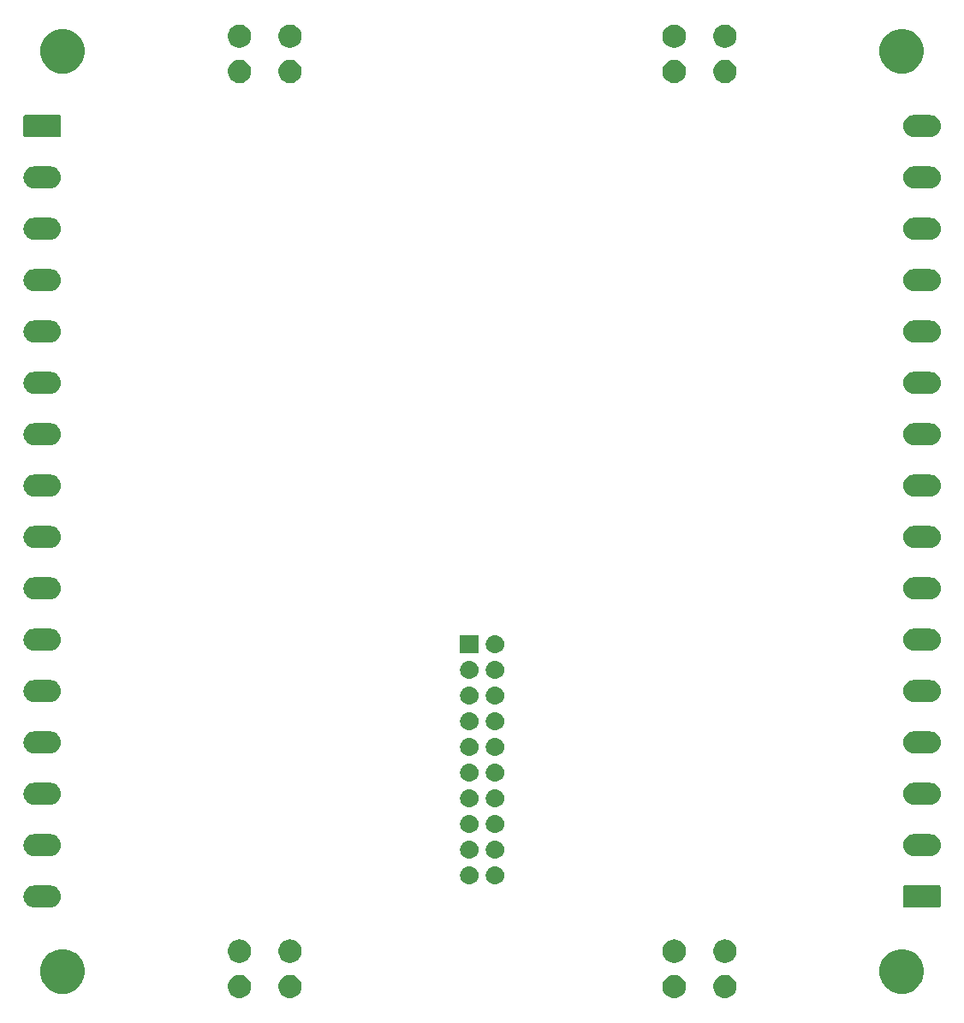
<source format=gbr>
G04 #@! TF.GenerationSoftware,KiCad,Pcbnew,(5.1.0)-1*
G04 #@! TF.CreationDate,2021-06-14T22:58:55+02:00*
G04 #@! TF.ProjectId,Magnetsteuerung_v2.1,4d61676e-6574-4737-9465-756572756e67,rev?*
G04 #@! TF.SameCoordinates,Original*
G04 #@! TF.FileFunction,Soldermask,Bot*
G04 #@! TF.FilePolarity,Negative*
%FSLAX46Y46*%
G04 Gerber Fmt 4.6, Leading zero omitted, Abs format (unit mm)*
G04 Created by KiCad (PCBNEW (5.1.0)-1) date 2021-06-14 22:58:55*
%MOMM*%
%LPD*%
G04 APERTURE LIST*
%ADD10C,0.100000*%
G04 APERTURE END LIST*
D10*
G36*
X159224549Y-126871116D02*
G01*
X159335734Y-126893232D01*
X159545203Y-126979997D01*
X159733720Y-127105960D01*
X159894040Y-127266280D01*
X160020003Y-127454797D01*
X160106768Y-127664266D01*
X160151000Y-127886636D01*
X160151000Y-128113364D01*
X160106768Y-128335734D01*
X160020003Y-128545203D01*
X159894040Y-128733720D01*
X159733720Y-128894040D01*
X159545203Y-129020003D01*
X159335734Y-129106768D01*
X159224549Y-129128884D01*
X159113365Y-129151000D01*
X158886635Y-129151000D01*
X158775451Y-129128884D01*
X158664266Y-129106768D01*
X158454797Y-129020003D01*
X158266280Y-128894040D01*
X158105960Y-128733720D01*
X157979997Y-128545203D01*
X157893232Y-128335734D01*
X157849000Y-128113364D01*
X157849000Y-127886636D01*
X157893232Y-127664266D01*
X157979997Y-127454797D01*
X158105960Y-127266280D01*
X158266280Y-127105960D01*
X158454797Y-126979997D01*
X158664266Y-126893232D01*
X158775451Y-126871116D01*
X158886635Y-126849000D01*
X159113365Y-126849000D01*
X159224549Y-126871116D01*
X159224549Y-126871116D01*
G37*
G36*
X111224549Y-126871116D02*
G01*
X111335734Y-126893232D01*
X111545203Y-126979997D01*
X111733720Y-127105960D01*
X111894040Y-127266280D01*
X112020003Y-127454797D01*
X112106768Y-127664266D01*
X112151000Y-127886636D01*
X112151000Y-128113364D01*
X112106768Y-128335734D01*
X112020003Y-128545203D01*
X111894040Y-128733720D01*
X111733720Y-128894040D01*
X111545203Y-129020003D01*
X111335734Y-129106768D01*
X111224549Y-129128884D01*
X111113365Y-129151000D01*
X110886635Y-129151000D01*
X110775451Y-129128884D01*
X110664266Y-129106768D01*
X110454797Y-129020003D01*
X110266280Y-128894040D01*
X110105960Y-128733720D01*
X109979997Y-128545203D01*
X109893232Y-128335734D01*
X109849000Y-128113364D01*
X109849000Y-127886636D01*
X109893232Y-127664266D01*
X109979997Y-127454797D01*
X110105960Y-127266280D01*
X110266280Y-127105960D01*
X110454797Y-126979997D01*
X110664266Y-126893232D01*
X110775451Y-126871116D01*
X110886635Y-126849000D01*
X111113365Y-126849000D01*
X111224549Y-126871116D01*
X111224549Y-126871116D01*
G37*
G36*
X116224549Y-126871116D02*
G01*
X116335734Y-126893232D01*
X116545203Y-126979997D01*
X116733720Y-127105960D01*
X116894040Y-127266280D01*
X117020003Y-127454797D01*
X117106768Y-127664266D01*
X117151000Y-127886636D01*
X117151000Y-128113364D01*
X117106768Y-128335734D01*
X117020003Y-128545203D01*
X116894040Y-128733720D01*
X116733720Y-128894040D01*
X116545203Y-129020003D01*
X116335734Y-129106768D01*
X116224549Y-129128884D01*
X116113365Y-129151000D01*
X115886635Y-129151000D01*
X115775451Y-129128884D01*
X115664266Y-129106768D01*
X115454797Y-129020003D01*
X115266280Y-128894040D01*
X115105960Y-128733720D01*
X114979997Y-128545203D01*
X114893232Y-128335734D01*
X114849000Y-128113364D01*
X114849000Y-127886636D01*
X114893232Y-127664266D01*
X114979997Y-127454797D01*
X115105960Y-127266280D01*
X115266280Y-127105960D01*
X115454797Y-126979997D01*
X115664266Y-126893232D01*
X115775451Y-126871116D01*
X115886635Y-126849000D01*
X116113365Y-126849000D01*
X116224549Y-126871116D01*
X116224549Y-126871116D01*
G37*
G36*
X154224549Y-126871116D02*
G01*
X154335734Y-126893232D01*
X154545203Y-126979997D01*
X154733720Y-127105960D01*
X154894040Y-127266280D01*
X155020003Y-127454797D01*
X155106768Y-127664266D01*
X155151000Y-127886636D01*
X155151000Y-128113364D01*
X155106768Y-128335734D01*
X155020003Y-128545203D01*
X154894040Y-128733720D01*
X154733720Y-128894040D01*
X154545203Y-129020003D01*
X154335734Y-129106768D01*
X154224549Y-129128884D01*
X154113365Y-129151000D01*
X153886635Y-129151000D01*
X153775451Y-129128884D01*
X153664266Y-129106768D01*
X153454797Y-129020003D01*
X153266280Y-128894040D01*
X153105960Y-128733720D01*
X152979997Y-128545203D01*
X152893232Y-128335734D01*
X152849000Y-128113364D01*
X152849000Y-127886636D01*
X152893232Y-127664266D01*
X152979997Y-127454797D01*
X153105960Y-127266280D01*
X153266280Y-127105960D01*
X153454797Y-126979997D01*
X153664266Y-126893232D01*
X153775451Y-126871116D01*
X153886635Y-126849000D01*
X154113365Y-126849000D01*
X154224549Y-126871116D01*
X154224549Y-126871116D01*
G37*
G36*
X94142007Y-124383582D02*
G01*
X94542563Y-124549498D01*
X94542565Y-124549499D01*
X94903056Y-124790371D01*
X95209629Y-125096944D01*
X95450501Y-125457435D01*
X95450502Y-125457437D01*
X95616418Y-125857993D01*
X95701000Y-126283219D01*
X95701000Y-126716781D01*
X95616418Y-127142007D01*
X95486856Y-127454797D01*
X95450501Y-127542565D01*
X95209629Y-127903056D01*
X94903056Y-128209629D01*
X94542565Y-128450501D01*
X94542564Y-128450502D01*
X94542563Y-128450502D01*
X94142007Y-128616418D01*
X93716781Y-128701000D01*
X93283219Y-128701000D01*
X92857993Y-128616418D01*
X92457437Y-128450502D01*
X92457436Y-128450502D01*
X92457435Y-128450501D01*
X92096944Y-128209629D01*
X91790371Y-127903056D01*
X91549499Y-127542565D01*
X91513144Y-127454797D01*
X91383582Y-127142007D01*
X91299000Y-126716781D01*
X91299000Y-126283219D01*
X91383582Y-125857993D01*
X91549498Y-125457437D01*
X91549499Y-125457435D01*
X91790371Y-125096944D01*
X92096944Y-124790371D01*
X92457435Y-124549499D01*
X92457437Y-124549498D01*
X92857993Y-124383582D01*
X93283219Y-124299000D01*
X93716781Y-124299000D01*
X94142007Y-124383582D01*
X94142007Y-124383582D01*
G37*
G36*
X177142007Y-124383582D02*
G01*
X177542563Y-124549498D01*
X177542565Y-124549499D01*
X177903056Y-124790371D01*
X178209629Y-125096944D01*
X178450501Y-125457435D01*
X178450502Y-125457437D01*
X178616418Y-125857993D01*
X178701000Y-126283219D01*
X178701000Y-126716781D01*
X178616418Y-127142007D01*
X178486856Y-127454797D01*
X178450501Y-127542565D01*
X178209629Y-127903056D01*
X177903056Y-128209629D01*
X177542565Y-128450501D01*
X177542564Y-128450502D01*
X177542563Y-128450502D01*
X177142007Y-128616418D01*
X176716781Y-128701000D01*
X176283219Y-128701000D01*
X175857993Y-128616418D01*
X175457437Y-128450502D01*
X175457436Y-128450502D01*
X175457435Y-128450501D01*
X175096944Y-128209629D01*
X174790371Y-127903056D01*
X174549499Y-127542565D01*
X174513144Y-127454797D01*
X174383582Y-127142007D01*
X174299000Y-126716781D01*
X174299000Y-126283219D01*
X174383582Y-125857993D01*
X174549498Y-125457437D01*
X174549499Y-125457435D01*
X174790371Y-125096944D01*
X175096944Y-124790371D01*
X175457435Y-124549499D01*
X175457437Y-124549498D01*
X175857993Y-124383582D01*
X176283219Y-124299000D01*
X176716781Y-124299000D01*
X177142007Y-124383582D01*
X177142007Y-124383582D01*
G37*
G36*
X116224549Y-123371116D02*
G01*
X116335734Y-123393232D01*
X116545203Y-123479997D01*
X116733720Y-123605960D01*
X116894040Y-123766280D01*
X117020003Y-123954797D01*
X117106768Y-124164266D01*
X117151000Y-124386636D01*
X117151000Y-124613364D01*
X117106768Y-124835734D01*
X117020003Y-125045203D01*
X116894040Y-125233720D01*
X116733720Y-125394040D01*
X116545203Y-125520003D01*
X116335734Y-125606768D01*
X116224549Y-125628884D01*
X116113365Y-125651000D01*
X115886635Y-125651000D01*
X115775451Y-125628884D01*
X115664266Y-125606768D01*
X115454797Y-125520003D01*
X115266280Y-125394040D01*
X115105960Y-125233720D01*
X114979997Y-125045203D01*
X114893232Y-124835734D01*
X114849000Y-124613364D01*
X114849000Y-124386636D01*
X114893232Y-124164266D01*
X114979997Y-123954797D01*
X115105960Y-123766280D01*
X115266280Y-123605960D01*
X115454797Y-123479997D01*
X115664266Y-123393232D01*
X115775451Y-123371116D01*
X115886635Y-123349000D01*
X116113365Y-123349000D01*
X116224549Y-123371116D01*
X116224549Y-123371116D01*
G37*
G36*
X154224549Y-123371116D02*
G01*
X154335734Y-123393232D01*
X154545203Y-123479997D01*
X154733720Y-123605960D01*
X154894040Y-123766280D01*
X155020003Y-123954797D01*
X155106768Y-124164266D01*
X155151000Y-124386636D01*
X155151000Y-124613364D01*
X155106768Y-124835734D01*
X155020003Y-125045203D01*
X154894040Y-125233720D01*
X154733720Y-125394040D01*
X154545203Y-125520003D01*
X154335734Y-125606768D01*
X154224549Y-125628884D01*
X154113365Y-125651000D01*
X153886635Y-125651000D01*
X153775451Y-125628884D01*
X153664266Y-125606768D01*
X153454797Y-125520003D01*
X153266280Y-125394040D01*
X153105960Y-125233720D01*
X152979997Y-125045203D01*
X152893232Y-124835734D01*
X152849000Y-124613364D01*
X152849000Y-124386636D01*
X152893232Y-124164266D01*
X152979997Y-123954797D01*
X153105960Y-123766280D01*
X153266280Y-123605960D01*
X153454797Y-123479997D01*
X153664266Y-123393232D01*
X153775451Y-123371116D01*
X153886635Y-123349000D01*
X154113365Y-123349000D01*
X154224549Y-123371116D01*
X154224549Y-123371116D01*
G37*
G36*
X159224549Y-123371116D02*
G01*
X159335734Y-123393232D01*
X159545203Y-123479997D01*
X159733720Y-123605960D01*
X159894040Y-123766280D01*
X160020003Y-123954797D01*
X160106768Y-124164266D01*
X160151000Y-124386636D01*
X160151000Y-124613364D01*
X160106768Y-124835734D01*
X160020003Y-125045203D01*
X159894040Y-125233720D01*
X159733720Y-125394040D01*
X159545203Y-125520003D01*
X159335734Y-125606768D01*
X159224549Y-125628884D01*
X159113365Y-125651000D01*
X158886635Y-125651000D01*
X158775451Y-125628884D01*
X158664266Y-125606768D01*
X158454797Y-125520003D01*
X158266280Y-125394040D01*
X158105960Y-125233720D01*
X157979997Y-125045203D01*
X157893232Y-124835734D01*
X157849000Y-124613364D01*
X157849000Y-124386636D01*
X157893232Y-124164266D01*
X157979997Y-123954797D01*
X158105960Y-123766280D01*
X158266280Y-123605960D01*
X158454797Y-123479997D01*
X158664266Y-123393232D01*
X158775451Y-123371116D01*
X158886635Y-123349000D01*
X159113365Y-123349000D01*
X159224549Y-123371116D01*
X159224549Y-123371116D01*
G37*
G36*
X111224549Y-123371116D02*
G01*
X111335734Y-123393232D01*
X111545203Y-123479997D01*
X111733720Y-123605960D01*
X111894040Y-123766280D01*
X112020003Y-123954797D01*
X112106768Y-124164266D01*
X112151000Y-124386636D01*
X112151000Y-124613364D01*
X112106768Y-124835734D01*
X112020003Y-125045203D01*
X111894040Y-125233720D01*
X111733720Y-125394040D01*
X111545203Y-125520003D01*
X111335734Y-125606768D01*
X111224549Y-125628884D01*
X111113365Y-125651000D01*
X110886635Y-125651000D01*
X110775451Y-125628884D01*
X110664266Y-125606768D01*
X110454797Y-125520003D01*
X110266280Y-125394040D01*
X110105960Y-125233720D01*
X109979997Y-125045203D01*
X109893232Y-124835734D01*
X109849000Y-124613364D01*
X109849000Y-124386636D01*
X109893232Y-124164266D01*
X109979997Y-123954797D01*
X110105960Y-123766280D01*
X110266280Y-123605960D01*
X110454797Y-123479997D01*
X110664266Y-123393232D01*
X110775451Y-123371116D01*
X110886635Y-123349000D01*
X111113365Y-123349000D01*
X111224549Y-123371116D01*
X111224549Y-123371116D01*
G37*
G36*
X180216217Y-118012808D02*
G01*
X180247489Y-118022294D01*
X180276308Y-118037698D01*
X180301570Y-118058430D01*
X180322302Y-118083692D01*
X180337706Y-118112511D01*
X180347192Y-118143783D01*
X180351000Y-118182448D01*
X180351000Y-120017552D01*
X180347192Y-120056217D01*
X180337706Y-120087489D01*
X180322302Y-120116308D01*
X180301570Y-120141570D01*
X180276308Y-120162302D01*
X180247489Y-120177706D01*
X180216217Y-120187192D01*
X180177552Y-120191000D01*
X176822448Y-120191000D01*
X176783783Y-120187192D01*
X176752511Y-120177706D01*
X176723692Y-120162302D01*
X176698430Y-120141570D01*
X176677698Y-120116308D01*
X176662294Y-120087489D01*
X176652808Y-120056217D01*
X176649000Y-120017552D01*
X176649000Y-118182448D01*
X176652808Y-118143783D01*
X176662294Y-118112511D01*
X176677698Y-118083692D01*
X176698430Y-118058430D01*
X176723692Y-118037698D01*
X176752511Y-118022294D01*
X176783783Y-118012808D01*
X176822448Y-118009000D01*
X180177552Y-118009000D01*
X180216217Y-118012808D01*
X180216217Y-118012808D01*
G37*
G36*
X92473871Y-118024786D02*
G01*
X92584780Y-118058430D01*
X92675054Y-118085814D01*
X92679530Y-118087172D01*
X92869055Y-118188475D01*
X92869058Y-118188477D01*
X92869059Y-118188478D01*
X93035186Y-118324814D01*
X93171522Y-118490941D01*
X93171525Y-118490945D01*
X93272828Y-118680470D01*
X93335214Y-118886129D01*
X93356278Y-119100000D01*
X93335214Y-119313871D01*
X93272828Y-119519530D01*
X93171525Y-119709055D01*
X93171523Y-119709058D01*
X93171522Y-119709059D01*
X93035186Y-119875186D01*
X92907583Y-119979906D01*
X92869055Y-120011525D01*
X92679530Y-120112828D01*
X92679527Y-120112829D01*
X92668058Y-120116308D01*
X92473871Y-120175214D01*
X92313591Y-120191000D01*
X90686409Y-120191000D01*
X90526129Y-120175214D01*
X90331942Y-120116308D01*
X90320473Y-120112829D01*
X90320470Y-120112828D01*
X90130945Y-120011525D01*
X90092417Y-119979906D01*
X89964814Y-119875186D01*
X89828478Y-119709059D01*
X89828477Y-119709058D01*
X89828475Y-119709055D01*
X89727172Y-119519530D01*
X89664786Y-119313871D01*
X89643722Y-119100000D01*
X89664786Y-118886129D01*
X89727172Y-118680470D01*
X89828475Y-118490945D01*
X89828478Y-118490941D01*
X89964814Y-118324814D01*
X90130941Y-118188478D01*
X90130942Y-118188477D01*
X90130945Y-118188475D01*
X90320470Y-118087172D01*
X90324947Y-118085814D01*
X90415220Y-118058430D01*
X90526129Y-118024786D01*
X90686409Y-118009000D01*
X92313591Y-118009000D01*
X92473871Y-118024786D01*
X92473871Y-118024786D01*
G37*
G36*
X133835443Y-116110519D02*
G01*
X133901627Y-116117037D01*
X134071466Y-116168557D01*
X134227991Y-116252222D01*
X134263729Y-116281552D01*
X134365186Y-116364814D01*
X134448448Y-116466271D01*
X134477778Y-116502009D01*
X134561443Y-116658534D01*
X134612963Y-116828373D01*
X134630359Y-117005000D01*
X134612963Y-117181627D01*
X134561443Y-117351466D01*
X134477778Y-117507991D01*
X134448448Y-117543729D01*
X134365186Y-117645186D01*
X134263729Y-117728448D01*
X134227991Y-117757778D01*
X134071466Y-117841443D01*
X133901627Y-117892963D01*
X133835443Y-117899481D01*
X133769260Y-117906000D01*
X133680740Y-117906000D01*
X133614557Y-117899481D01*
X133548373Y-117892963D01*
X133378534Y-117841443D01*
X133222009Y-117757778D01*
X133186271Y-117728448D01*
X133084814Y-117645186D01*
X133001552Y-117543729D01*
X132972222Y-117507991D01*
X132888557Y-117351466D01*
X132837037Y-117181627D01*
X132819641Y-117005000D01*
X132837037Y-116828373D01*
X132888557Y-116658534D01*
X132972222Y-116502009D01*
X133001552Y-116466271D01*
X133084814Y-116364814D01*
X133186271Y-116281552D01*
X133222009Y-116252222D01*
X133378534Y-116168557D01*
X133548373Y-116117037D01*
X133614557Y-116110519D01*
X133680740Y-116104000D01*
X133769260Y-116104000D01*
X133835443Y-116110519D01*
X133835443Y-116110519D01*
G37*
G36*
X136375443Y-116110519D02*
G01*
X136441627Y-116117037D01*
X136611466Y-116168557D01*
X136767991Y-116252222D01*
X136803729Y-116281552D01*
X136905186Y-116364814D01*
X136988448Y-116466271D01*
X137017778Y-116502009D01*
X137101443Y-116658534D01*
X137152963Y-116828373D01*
X137170359Y-117005000D01*
X137152963Y-117181627D01*
X137101443Y-117351466D01*
X137017778Y-117507991D01*
X136988448Y-117543729D01*
X136905186Y-117645186D01*
X136803729Y-117728448D01*
X136767991Y-117757778D01*
X136611466Y-117841443D01*
X136441627Y-117892963D01*
X136375443Y-117899481D01*
X136309260Y-117906000D01*
X136220740Y-117906000D01*
X136154557Y-117899481D01*
X136088373Y-117892963D01*
X135918534Y-117841443D01*
X135762009Y-117757778D01*
X135726271Y-117728448D01*
X135624814Y-117645186D01*
X135541552Y-117543729D01*
X135512222Y-117507991D01*
X135428557Y-117351466D01*
X135377037Y-117181627D01*
X135359641Y-117005000D01*
X135377037Y-116828373D01*
X135428557Y-116658534D01*
X135512222Y-116502009D01*
X135541552Y-116466271D01*
X135624814Y-116364814D01*
X135726271Y-116281552D01*
X135762009Y-116252222D01*
X135918534Y-116168557D01*
X136088373Y-116117037D01*
X136154557Y-116110519D01*
X136220740Y-116104000D01*
X136309260Y-116104000D01*
X136375443Y-116110519D01*
X136375443Y-116110519D01*
G37*
G36*
X136375443Y-113570519D02*
G01*
X136441627Y-113577037D01*
X136611466Y-113628557D01*
X136767991Y-113712222D01*
X136803729Y-113741552D01*
X136905186Y-113824814D01*
X136988448Y-113926271D01*
X137017778Y-113962009D01*
X137101443Y-114118534D01*
X137152963Y-114288373D01*
X137170359Y-114465000D01*
X137152963Y-114641627D01*
X137101443Y-114811466D01*
X137017778Y-114967991D01*
X136988448Y-115003729D01*
X136905186Y-115105186D01*
X136803729Y-115188448D01*
X136767991Y-115217778D01*
X136611466Y-115301443D01*
X136441627Y-115352963D01*
X136375443Y-115359481D01*
X136309260Y-115366000D01*
X136220740Y-115366000D01*
X136154557Y-115359481D01*
X136088373Y-115352963D01*
X135918534Y-115301443D01*
X135762009Y-115217778D01*
X135726271Y-115188448D01*
X135624814Y-115105186D01*
X135541552Y-115003729D01*
X135512222Y-114967991D01*
X135428557Y-114811466D01*
X135377037Y-114641627D01*
X135359641Y-114465000D01*
X135377037Y-114288373D01*
X135428557Y-114118534D01*
X135512222Y-113962009D01*
X135541552Y-113926271D01*
X135624814Y-113824814D01*
X135726271Y-113741552D01*
X135762009Y-113712222D01*
X135918534Y-113628557D01*
X136088373Y-113577037D01*
X136154557Y-113570519D01*
X136220740Y-113564000D01*
X136309260Y-113564000D01*
X136375443Y-113570519D01*
X136375443Y-113570519D01*
G37*
G36*
X133835443Y-113570519D02*
G01*
X133901627Y-113577037D01*
X134071466Y-113628557D01*
X134227991Y-113712222D01*
X134263729Y-113741552D01*
X134365186Y-113824814D01*
X134448448Y-113926271D01*
X134477778Y-113962009D01*
X134561443Y-114118534D01*
X134612963Y-114288373D01*
X134630359Y-114465000D01*
X134612963Y-114641627D01*
X134561443Y-114811466D01*
X134477778Y-114967991D01*
X134448448Y-115003729D01*
X134365186Y-115105186D01*
X134263729Y-115188448D01*
X134227991Y-115217778D01*
X134071466Y-115301443D01*
X133901627Y-115352963D01*
X133835443Y-115359481D01*
X133769260Y-115366000D01*
X133680740Y-115366000D01*
X133614557Y-115359481D01*
X133548373Y-115352963D01*
X133378534Y-115301443D01*
X133222009Y-115217778D01*
X133186271Y-115188448D01*
X133084814Y-115105186D01*
X133001552Y-115003729D01*
X132972222Y-114967991D01*
X132888557Y-114811466D01*
X132837037Y-114641627D01*
X132819641Y-114465000D01*
X132837037Y-114288373D01*
X132888557Y-114118534D01*
X132972222Y-113962009D01*
X133001552Y-113926271D01*
X133084814Y-113824814D01*
X133186271Y-113741552D01*
X133222009Y-113712222D01*
X133378534Y-113628557D01*
X133548373Y-113577037D01*
X133614557Y-113570519D01*
X133680740Y-113564000D01*
X133769260Y-113564000D01*
X133835443Y-113570519D01*
X133835443Y-113570519D01*
G37*
G36*
X92473871Y-112944786D02*
G01*
X92679530Y-113007172D01*
X92869055Y-113108475D01*
X92869058Y-113108477D01*
X92869059Y-113108478D01*
X93035186Y-113244814D01*
X93171522Y-113410941D01*
X93171525Y-113410945D01*
X93272828Y-113600470D01*
X93335214Y-113806129D01*
X93356278Y-114020000D01*
X93335214Y-114233871D01*
X93272828Y-114439530D01*
X93171525Y-114629055D01*
X93171523Y-114629058D01*
X93171522Y-114629059D01*
X93035186Y-114795186D01*
X92869059Y-114931522D01*
X92869055Y-114931525D01*
X92679530Y-115032828D01*
X92473871Y-115095214D01*
X92313591Y-115111000D01*
X90686409Y-115111000D01*
X90526129Y-115095214D01*
X90320470Y-115032828D01*
X90130945Y-114931525D01*
X90130941Y-114931522D01*
X89964814Y-114795186D01*
X89828478Y-114629059D01*
X89828477Y-114629058D01*
X89828475Y-114629055D01*
X89727172Y-114439530D01*
X89664786Y-114233871D01*
X89643722Y-114020000D01*
X89664786Y-113806129D01*
X89727172Y-113600470D01*
X89828475Y-113410945D01*
X89828478Y-113410941D01*
X89964814Y-113244814D01*
X90130941Y-113108478D01*
X90130942Y-113108477D01*
X90130945Y-113108475D01*
X90320470Y-113007172D01*
X90526129Y-112944786D01*
X90686409Y-112929000D01*
X92313591Y-112929000D01*
X92473871Y-112944786D01*
X92473871Y-112944786D01*
G37*
G36*
X179473871Y-112944786D02*
G01*
X179679530Y-113007172D01*
X179869055Y-113108475D01*
X179869058Y-113108477D01*
X179869059Y-113108478D01*
X180035186Y-113244814D01*
X180171522Y-113410941D01*
X180171525Y-113410945D01*
X180272828Y-113600470D01*
X180335214Y-113806129D01*
X180356278Y-114020000D01*
X180335214Y-114233871D01*
X180272828Y-114439530D01*
X180171525Y-114629055D01*
X180171523Y-114629058D01*
X180171522Y-114629059D01*
X180035186Y-114795186D01*
X179869059Y-114931522D01*
X179869055Y-114931525D01*
X179679530Y-115032828D01*
X179473871Y-115095214D01*
X179313591Y-115111000D01*
X177686409Y-115111000D01*
X177526129Y-115095214D01*
X177320470Y-115032828D01*
X177130945Y-114931525D01*
X177130941Y-114931522D01*
X176964814Y-114795186D01*
X176828478Y-114629059D01*
X176828477Y-114629058D01*
X176828475Y-114629055D01*
X176727172Y-114439530D01*
X176664786Y-114233871D01*
X176643722Y-114020000D01*
X176664786Y-113806129D01*
X176727172Y-113600470D01*
X176828475Y-113410945D01*
X176828478Y-113410941D01*
X176964814Y-113244814D01*
X177130941Y-113108478D01*
X177130942Y-113108477D01*
X177130945Y-113108475D01*
X177320470Y-113007172D01*
X177526129Y-112944786D01*
X177686409Y-112929000D01*
X179313591Y-112929000D01*
X179473871Y-112944786D01*
X179473871Y-112944786D01*
G37*
G36*
X136375442Y-111030518D02*
G01*
X136441627Y-111037037D01*
X136611466Y-111088557D01*
X136767991Y-111172222D01*
X136803729Y-111201552D01*
X136905186Y-111284814D01*
X136988448Y-111386271D01*
X137017778Y-111422009D01*
X137101443Y-111578534D01*
X137152963Y-111748373D01*
X137170359Y-111925000D01*
X137152963Y-112101627D01*
X137101443Y-112271466D01*
X137017778Y-112427991D01*
X136988448Y-112463729D01*
X136905186Y-112565186D01*
X136803729Y-112648448D01*
X136767991Y-112677778D01*
X136611466Y-112761443D01*
X136441627Y-112812963D01*
X136375443Y-112819481D01*
X136309260Y-112826000D01*
X136220740Y-112826000D01*
X136154557Y-112819481D01*
X136088373Y-112812963D01*
X135918534Y-112761443D01*
X135762009Y-112677778D01*
X135726271Y-112648448D01*
X135624814Y-112565186D01*
X135541552Y-112463729D01*
X135512222Y-112427991D01*
X135428557Y-112271466D01*
X135377037Y-112101627D01*
X135359641Y-111925000D01*
X135377037Y-111748373D01*
X135428557Y-111578534D01*
X135512222Y-111422009D01*
X135541552Y-111386271D01*
X135624814Y-111284814D01*
X135726271Y-111201552D01*
X135762009Y-111172222D01*
X135918534Y-111088557D01*
X136088373Y-111037037D01*
X136154558Y-111030518D01*
X136220740Y-111024000D01*
X136309260Y-111024000D01*
X136375442Y-111030518D01*
X136375442Y-111030518D01*
G37*
G36*
X133835442Y-111030518D02*
G01*
X133901627Y-111037037D01*
X134071466Y-111088557D01*
X134227991Y-111172222D01*
X134263729Y-111201552D01*
X134365186Y-111284814D01*
X134448448Y-111386271D01*
X134477778Y-111422009D01*
X134561443Y-111578534D01*
X134612963Y-111748373D01*
X134630359Y-111925000D01*
X134612963Y-112101627D01*
X134561443Y-112271466D01*
X134477778Y-112427991D01*
X134448448Y-112463729D01*
X134365186Y-112565186D01*
X134263729Y-112648448D01*
X134227991Y-112677778D01*
X134071466Y-112761443D01*
X133901627Y-112812963D01*
X133835443Y-112819481D01*
X133769260Y-112826000D01*
X133680740Y-112826000D01*
X133614557Y-112819481D01*
X133548373Y-112812963D01*
X133378534Y-112761443D01*
X133222009Y-112677778D01*
X133186271Y-112648448D01*
X133084814Y-112565186D01*
X133001552Y-112463729D01*
X132972222Y-112427991D01*
X132888557Y-112271466D01*
X132837037Y-112101627D01*
X132819641Y-111925000D01*
X132837037Y-111748373D01*
X132888557Y-111578534D01*
X132972222Y-111422009D01*
X133001552Y-111386271D01*
X133084814Y-111284814D01*
X133186271Y-111201552D01*
X133222009Y-111172222D01*
X133378534Y-111088557D01*
X133548373Y-111037037D01*
X133614558Y-111030518D01*
X133680740Y-111024000D01*
X133769260Y-111024000D01*
X133835442Y-111030518D01*
X133835442Y-111030518D01*
G37*
G36*
X136375442Y-108490518D02*
G01*
X136441627Y-108497037D01*
X136611466Y-108548557D01*
X136767991Y-108632222D01*
X136803729Y-108661552D01*
X136905186Y-108744814D01*
X136988448Y-108846271D01*
X137017778Y-108882009D01*
X137101443Y-109038534D01*
X137152963Y-109208373D01*
X137170359Y-109385000D01*
X137152963Y-109561627D01*
X137101443Y-109731466D01*
X137017778Y-109887991D01*
X136988448Y-109923729D01*
X136905186Y-110025186D01*
X136803729Y-110108448D01*
X136767991Y-110137778D01*
X136611466Y-110221443D01*
X136441627Y-110272963D01*
X136375442Y-110279482D01*
X136309260Y-110286000D01*
X136220740Y-110286000D01*
X136154558Y-110279482D01*
X136088373Y-110272963D01*
X135918534Y-110221443D01*
X135762009Y-110137778D01*
X135726271Y-110108448D01*
X135624814Y-110025186D01*
X135541552Y-109923729D01*
X135512222Y-109887991D01*
X135428557Y-109731466D01*
X135377037Y-109561627D01*
X135359641Y-109385000D01*
X135377037Y-109208373D01*
X135428557Y-109038534D01*
X135512222Y-108882009D01*
X135541552Y-108846271D01*
X135624814Y-108744814D01*
X135726271Y-108661552D01*
X135762009Y-108632222D01*
X135918534Y-108548557D01*
X136088373Y-108497037D01*
X136154558Y-108490518D01*
X136220740Y-108484000D01*
X136309260Y-108484000D01*
X136375442Y-108490518D01*
X136375442Y-108490518D01*
G37*
G36*
X133835442Y-108490518D02*
G01*
X133901627Y-108497037D01*
X134071466Y-108548557D01*
X134227991Y-108632222D01*
X134263729Y-108661552D01*
X134365186Y-108744814D01*
X134448448Y-108846271D01*
X134477778Y-108882009D01*
X134561443Y-109038534D01*
X134612963Y-109208373D01*
X134630359Y-109385000D01*
X134612963Y-109561627D01*
X134561443Y-109731466D01*
X134477778Y-109887991D01*
X134448448Y-109923729D01*
X134365186Y-110025186D01*
X134263729Y-110108448D01*
X134227991Y-110137778D01*
X134071466Y-110221443D01*
X133901627Y-110272963D01*
X133835442Y-110279482D01*
X133769260Y-110286000D01*
X133680740Y-110286000D01*
X133614558Y-110279482D01*
X133548373Y-110272963D01*
X133378534Y-110221443D01*
X133222009Y-110137778D01*
X133186271Y-110108448D01*
X133084814Y-110025186D01*
X133001552Y-109923729D01*
X132972222Y-109887991D01*
X132888557Y-109731466D01*
X132837037Y-109561627D01*
X132819641Y-109385000D01*
X132837037Y-109208373D01*
X132888557Y-109038534D01*
X132972222Y-108882009D01*
X133001552Y-108846271D01*
X133084814Y-108744814D01*
X133186271Y-108661552D01*
X133222009Y-108632222D01*
X133378534Y-108548557D01*
X133548373Y-108497037D01*
X133614558Y-108490518D01*
X133680740Y-108484000D01*
X133769260Y-108484000D01*
X133835442Y-108490518D01*
X133835442Y-108490518D01*
G37*
G36*
X179473871Y-107864786D02*
G01*
X179679530Y-107927172D01*
X179869055Y-108028475D01*
X179869058Y-108028477D01*
X179869059Y-108028478D01*
X180035186Y-108164814D01*
X180171522Y-108330941D01*
X180171525Y-108330945D01*
X180272828Y-108520470D01*
X180335214Y-108726129D01*
X180356278Y-108940000D01*
X180335214Y-109153871D01*
X180272828Y-109359530D01*
X180171525Y-109549055D01*
X180171523Y-109549058D01*
X180171522Y-109549059D01*
X180035186Y-109715186D01*
X179869059Y-109851522D01*
X179869055Y-109851525D01*
X179679530Y-109952828D01*
X179473871Y-110015214D01*
X179313591Y-110031000D01*
X177686409Y-110031000D01*
X177526129Y-110015214D01*
X177320470Y-109952828D01*
X177130945Y-109851525D01*
X177130941Y-109851522D01*
X176964814Y-109715186D01*
X176828478Y-109549059D01*
X176828477Y-109549058D01*
X176828475Y-109549055D01*
X176727172Y-109359530D01*
X176664786Y-109153871D01*
X176643722Y-108940000D01*
X176664786Y-108726129D01*
X176727172Y-108520470D01*
X176828475Y-108330945D01*
X176828478Y-108330941D01*
X176964814Y-108164814D01*
X177130941Y-108028478D01*
X177130942Y-108028477D01*
X177130945Y-108028475D01*
X177320470Y-107927172D01*
X177526129Y-107864786D01*
X177686409Y-107849000D01*
X179313591Y-107849000D01*
X179473871Y-107864786D01*
X179473871Y-107864786D01*
G37*
G36*
X92473871Y-107864786D02*
G01*
X92679530Y-107927172D01*
X92869055Y-108028475D01*
X92869058Y-108028477D01*
X92869059Y-108028478D01*
X93035186Y-108164814D01*
X93171522Y-108330941D01*
X93171525Y-108330945D01*
X93272828Y-108520470D01*
X93335214Y-108726129D01*
X93356278Y-108940000D01*
X93335214Y-109153871D01*
X93272828Y-109359530D01*
X93171525Y-109549055D01*
X93171523Y-109549058D01*
X93171522Y-109549059D01*
X93035186Y-109715186D01*
X92869059Y-109851522D01*
X92869055Y-109851525D01*
X92679530Y-109952828D01*
X92473871Y-110015214D01*
X92313591Y-110031000D01*
X90686409Y-110031000D01*
X90526129Y-110015214D01*
X90320470Y-109952828D01*
X90130945Y-109851525D01*
X90130941Y-109851522D01*
X89964814Y-109715186D01*
X89828478Y-109549059D01*
X89828477Y-109549058D01*
X89828475Y-109549055D01*
X89727172Y-109359530D01*
X89664786Y-109153871D01*
X89643722Y-108940000D01*
X89664786Y-108726129D01*
X89727172Y-108520470D01*
X89828475Y-108330945D01*
X89828478Y-108330941D01*
X89964814Y-108164814D01*
X90130941Y-108028478D01*
X90130942Y-108028477D01*
X90130945Y-108028475D01*
X90320470Y-107927172D01*
X90526129Y-107864786D01*
X90686409Y-107849000D01*
X92313591Y-107849000D01*
X92473871Y-107864786D01*
X92473871Y-107864786D01*
G37*
G36*
X136375443Y-105950519D02*
G01*
X136441627Y-105957037D01*
X136611466Y-106008557D01*
X136767991Y-106092222D01*
X136803729Y-106121552D01*
X136905186Y-106204814D01*
X136988448Y-106306271D01*
X137017778Y-106342009D01*
X137101443Y-106498534D01*
X137152963Y-106668373D01*
X137170359Y-106845000D01*
X137152963Y-107021627D01*
X137101443Y-107191466D01*
X137017778Y-107347991D01*
X136988448Y-107383729D01*
X136905186Y-107485186D01*
X136803729Y-107568448D01*
X136767991Y-107597778D01*
X136611466Y-107681443D01*
X136441627Y-107732963D01*
X136375443Y-107739481D01*
X136309260Y-107746000D01*
X136220740Y-107746000D01*
X136154557Y-107739481D01*
X136088373Y-107732963D01*
X135918534Y-107681443D01*
X135762009Y-107597778D01*
X135726271Y-107568448D01*
X135624814Y-107485186D01*
X135541552Y-107383729D01*
X135512222Y-107347991D01*
X135428557Y-107191466D01*
X135377037Y-107021627D01*
X135359641Y-106845000D01*
X135377037Y-106668373D01*
X135428557Y-106498534D01*
X135512222Y-106342009D01*
X135541552Y-106306271D01*
X135624814Y-106204814D01*
X135726271Y-106121552D01*
X135762009Y-106092222D01*
X135918534Y-106008557D01*
X136088373Y-105957037D01*
X136154557Y-105950519D01*
X136220740Y-105944000D01*
X136309260Y-105944000D01*
X136375443Y-105950519D01*
X136375443Y-105950519D01*
G37*
G36*
X133835443Y-105950519D02*
G01*
X133901627Y-105957037D01*
X134071466Y-106008557D01*
X134227991Y-106092222D01*
X134263729Y-106121552D01*
X134365186Y-106204814D01*
X134448448Y-106306271D01*
X134477778Y-106342009D01*
X134561443Y-106498534D01*
X134612963Y-106668373D01*
X134630359Y-106845000D01*
X134612963Y-107021627D01*
X134561443Y-107191466D01*
X134477778Y-107347991D01*
X134448448Y-107383729D01*
X134365186Y-107485186D01*
X134263729Y-107568448D01*
X134227991Y-107597778D01*
X134071466Y-107681443D01*
X133901627Y-107732963D01*
X133835443Y-107739481D01*
X133769260Y-107746000D01*
X133680740Y-107746000D01*
X133614557Y-107739481D01*
X133548373Y-107732963D01*
X133378534Y-107681443D01*
X133222009Y-107597778D01*
X133186271Y-107568448D01*
X133084814Y-107485186D01*
X133001552Y-107383729D01*
X132972222Y-107347991D01*
X132888557Y-107191466D01*
X132837037Y-107021627D01*
X132819641Y-106845000D01*
X132837037Y-106668373D01*
X132888557Y-106498534D01*
X132972222Y-106342009D01*
X133001552Y-106306271D01*
X133084814Y-106204814D01*
X133186271Y-106121552D01*
X133222009Y-106092222D01*
X133378534Y-106008557D01*
X133548373Y-105957037D01*
X133614557Y-105950519D01*
X133680740Y-105944000D01*
X133769260Y-105944000D01*
X133835443Y-105950519D01*
X133835443Y-105950519D01*
G37*
G36*
X133835443Y-103410519D02*
G01*
X133901627Y-103417037D01*
X134071466Y-103468557D01*
X134227991Y-103552222D01*
X134263729Y-103581552D01*
X134365186Y-103664814D01*
X134448448Y-103766271D01*
X134477778Y-103802009D01*
X134561443Y-103958534D01*
X134612963Y-104128373D01*
X134630359Y-104305000D01*
X134612963Y-104481627D01*
X134561443Y-104651466D01*
X134477778Y-104807991D01*
X134448448Y-104843729D01*
X134365186Y-104945186D01*
X134263729Y-105028448D01*
X134227991Y-105057778D01*
X134071466Y-105141443D01*
X133901627Y-105192963D01*
X133835443Y-105199481D01*
X133769260Y-105206000D01*
X133680740Y-105206000D01*
X133614557Y-105199481D01*
X133548373Y-105192963D01*
X133378534Y-105141443D01*
X133222009Y-105057778D01*
X133186271Y-105028448D01*
X133084814Y-104945186D01*
X133001552Y-104843729D01*
X132972222Y-104807991D01*
X132888557Y-104651466D01*
X132837037Y-104481627D01*
X132819641Y-104305000D01*
X132837037Y-104128373D01*
X132888557Y-103958534D01*
X132972222Y-103802009D01*
X133001552Y-103766271D01*
X133084814Y-103664814D01*
X133186271Y-103581552D01*
X133222009Y-103552222D01*
X133378534Y-103468557D01*
X133548373Y-103417037D01*
X133614558Y-103410518D01*
X133680740Y-103404000D01*
X133769260Y-103404000D01*
X133835443Y-103410519D01*
X133835443Y-103410519D01*
G37*
G36*
X136375443Y-103410519D02*
G01*
X136441627Y-103417037D01*
X136611466Y-103468557D01*
X136767991Y-103552222D01*
X136803729Y-103581552D01*
X136905186Y-103664814D01*
X136988448Y-103766271D01*
X137017778Y-103802009D01*
X137101443Y-103958534D01*
X137152963Y-104128373D01*
X137170359Y-104305000D01*
X137152963Y-104481627D01*
X137101443Y-104651466D01*
X137017778Y-104807991D01*
X136988448Y-104843729D01*
X136905186Y-104945186D01*
X136803729Y-105028448D01*
X136767991Y-105057778D01*
X136611466Y-105141443D01*
X136441627Y-105192963D01*
X136375443Y-105199481D01*
X136309260Y-105206000D01*
X136220740Y-105206000D01*
X136154557Y-105199481D01*
X136088373Y-105192963D01*
X135918534Y-105141443D01*
X135762009Y-105057778D01*
X135726271Y-105028448D01*
X135624814Y-104945186D01*
X135541552Y-104843729D01*
X135512222Y-104807991D01*
X135428557Y-104651466D01*
X135377037Y-104481627D01*
X135359641Y-104305000D01*
X135377037Y-104128373D01*
X135428557Y-103958534D01*
X135512222Y-103802009D01*
X135541552Y-103766271D01*
X135624814Y-103664814D01*
X135726271Y-103581552D01*
X135762009Y-103552222D01*
X135918534Y-103468557D01*
X136088373Y-103417037D01*
X136154558Y-103410518D01*
X136220740Y-103404000D01*
X136309260Y-103404000D01*
X136375443Y-103410519D01*
X136375443Y-103410519D01*
G37*
G36*
X179473871Y-102784786D02*
G01*
X179679530Y-102847172D01*
X179869055Y-102948475D01*
X179869058Y-102948477D01*
X179869059Y-102948478D01*
X180035186Y-103084814D01*
X180171522Y-103250941D01*
X180171525Y-103250945D01*
X180272828Y-103440470D01*
X180335214Y-103646129D01*
X180356278Y-103860000D01*
X180335214Y-104073871D01*
X180272828Y-104279530D01*
X180171525Y-104469055D01*
X180171523Y-104469058D01*
X180171522Y-104469059D01*
X180035186Y-104635186D01*
X179869059Y-104771522D01*
X179869055Y-104771525D01*
X179679530Y-104872828D01*
X179473871Y-104935214D01*
X179313591Y-104951000D01*
X177686409Y-104951000D01*
X177526129Y-104935214D01*
X177320470Y-104872828D01*
X177130945Y-104771525D01*
X177130941Y-104771522D01*
X176964814Y-104635186D01*
X176828478Y-104469059D01*
X176828477Y-104469058D01*
X176828475Y-104469055D01*
X176727172Y-104279530D01*
X176664786Y-104073871D01*
X176643722Y-103860000D01*
X176664786Y-103646129D01*
X176727172Y-103440470D01*
X176828475Y-103250945D01*
X176828478Y-103250941D01*
X176964814Y-103084814D01*
X177130941Y-102948478D01*
X177130942Y-102948477D01*
X177130945Y-102948475D01*
X177320470Y-102847172D01*
X177526129Y-102784786D01*
X177686409Y-102769000D01*
X179313591Y-102769000D01*
X179473871Y-102784786D01*
X179473871Y-102784786D01*
G37*
G36*
X92473871Y-102784786D02*
G01*
X92679530Y-102847172D01*
X92869055Y-102948475D01*
X92869058Y-102948477D01*
X92869059Y-102948478D01*
X93035186Y-103084814D01*
X93171522Y-103250941D01*
X93171525Y-103250945D01*
X93272828Y-103440470D01*
X93335214Y-103646129D01*
X93356278Y-103860000D01*
X93335214Y-104073871D01*
X93272828Y-104279530D01*
X93171525Y-104469055D01*
X93171523Y-104469058D01*
X93171522Y-104469059D01*
X93035186Y-104635186D01*
X92869059Y-104771522D01*
X92869055Y-104771525D01*
X92679530Y-104872828D01*
X92473871Y-104935214D01*
X92313591Y-104951000D01*
X90686409Y-104951000D01*
X90526129Y-104935214D01*
X90320470Y-104872828D01*
X90130945Y-104771525D01*
X90130941Y-104771522D01*
X89964814Y-104635186D01*
X89828478Y-104469059D01*
X89828477Y-104469058D01*
X89828475Y-104469055D01*
X89727172Y-104279530D01*
X89664786Y-104073871D01*
X89643722Y-103860000D01*
X89664786Y-103646129D01*
X89727172Y-103440470D01*
X89828475Y-103250945D01*
X89828478Y-103250941D01*
X89964814Y-103084814D01*
X90130941Y-102948478D01*
X90130942Y-102948477D01*
X90130945Y-102948475D01*
X90320470Y-102847172D01*
X90526129Y-102784786D01*
X90686409Y-102769000D01*
X92313591Y-102769000D01*
X92473871Y-102784786D01*
X92473871Y-102784786D01*
G37*
G36*
X133835442Y-100870518D02*
G01*
X133901627Y-100877037D01*
X134071466Y-100928557D01*
X134227991Y-101012222D01*
X134263729Y-101041552D01*
X134365186Y-101124814D01*
X134448448Y-101226271D01*
X134477778Y-101262009D01*
X134561443Y-101418534D01*
X134612963Y-101588373D01*
X134630359Y-101765000D01*
X134612963Y-101941627D01*
X134561443Y-102111466D01*
X134477778Y-102267991D01*
X134448448Y-102303729D01*
X134365186Y-102405186D01*
X134263729Y-102488448D01*
X134227991Y-102517778D01*
X134071466Y-102601443D01*
X133901627Y-102652963D01*
X133835443Y-102659481D01*
X133769260Y-102666000D01*
X133680740Y-102666000D01*
X133614557Y-102659481D01*
X133548373Y-102652963D01*
X133378534Y-102601443D01*
X133222009Y-102517778D01*
X133186271Y-102488448D01*
X133084814Y-102405186D01*
X133001552Y-102303729D01*
X132972222Y-102267991D01*
X132888557Y-102111466D01*
X132837037Y-101941627D01*
X132819641Y-101765000D01*
X132837037Y-101588373D01*
X132888557Y-101418534D01*
X132972222Y-101262009D01*
X133001552Y-101226271D01*
X133084814Y-101124814D01*
X133186271Y-101041552D01*
X133222009Y-101012222D01*
X133378534Y-100928557D01*
X133548373Y-100877037D01*
X133614558Y-100870518D01*
X133680740Y-100864000D01*
X133769260Y-100864000D01*
X133835442Y-100870518D01*
X133835442Y-100870518D01*
G37*
G36*
X136375442Y-100870518D02*
G01*
X136441627Y-100877037D01*
X136611466Y-100928557D01*
X136767991Y-101012222D01*
X136803729Y-101041552D01*
X136905186Y-101124814D01*
X136988448Y-101226271D01*
X137017778Y-101262009D01*
X137101443Y-101418534D01*
X137152963Y-101588373D01*
X137170359Y-101765000D01*
X137152963Y-101941627D01*
X137101443Y-102111466D01*
X137017778Y-102267991D01*
X136988448Y-102303729D01*
X136905186Y-102405186D01*
X136803729Y-102488448D01*
X136767991Y-102517778D01*
X136611466Y-102601443D01*
X136441627Y-102652963D01*
X136375443Y-102659481D01*
X136309260Y-102666000D01*
X136220740Y-102666000D01*
X136154557Y-102659481D01*
X136088373Y-102652963D01*
X135918534Y-102601443D01*
X135762009Y-102517778D01*
X135726271Y-102488448D01*
X135624814Y-102405186D01*
X135541552Y-102303729D01*
X135512222Y-102267991D01*
X135428557Y-102111466D01*
X135377037Y-101941627D01*
X135359641Y-101765000D01*
X135377037Y-101588373D01*
X135428557Y-101418534D01*
X135512222Y-101262009D01*
X135541552Y-101226271D01*
X135624814Y-101124814D01*
X135726271Y-101041552D01*
X135762009Y-101012222D01*
X135918534Y-100928557D01*
X136088373Y-100877037D01*
X136154558Y-100870518D01*
X136220740Y-100864000D01*
X136309260Y-100864000D01*
X136375442Y-100870518D01*
X136375442Y-100870518D01*
G37*
G36*
X133835443Y-98330519D02*
G01*
X133901627Y-98337037D01*
X134071466Y-98388557D01*
X134227991Y-98472222D01*
X134263729Y-98501552D01*
X134365186Y-98584814D01*
X134448448Y-98686271D01*
X134477778Y-98722009D01*
X134561443Y-98878534D01*
X134612963Y-99048373D01*
X134630359Y-99225000D01*
X134612963Y-99401627D01*
X134561443Y-99571466D01*
X134477778Y-99727991D01*
X134448448Y-99763729D01*
X134365186Y-99865186D01*
X134263729Y-99948448D01*
X134227991Y-99977778D01*
X134071466Y-100061443D01*
X133901627Y-100112963D01*
X133835442Y-100119482D01*
X133769260Y-100126000D01*
X133680740Y-100126000D01*
X133614558Y-100119482D01*
X133548373Y-100112963D01*
X133378534Y-100061443D01*
X133222009Y-99977778D01*
X133186271Y-99948448D01*
X133084814Y-99865186D01*
X133001552Y-99763729D01*
X132972222Y-99727991D01*
X132888557Y-99571466D01*
X132837037Y-99401627D01*
X132819641Y-99225000D01*
X132837037Y-99048373D01*
X132888557Y-98878534D01*
X132972222Y-98722009D01*
X133001552Y-98686271D01*
X133084814Y-98584814D01*
X133186271Y-98501552D01*
X133222009Y-98472222D01*
X133378534Y-98388557D01*
X133548373Y-98337037D01*
X133614557Y-98330519D01*
X133680740Y-98324000D01*
X133769260Y-98324000D01*
X133835443Y-98330519D01*
X133835443Y-98330519D01*
G37*
G36*
X136375443Y-98330519D02*
G01*
X136441627Y-98337037D01*
X136611466Y-98388557D01*
X136767991Y-98472222D01*
X136803729Y-98501552D01*
X136905186Y-98584814D01*
X136988448Y-98686271D01*
X137017778Y-98722009D01*
X137101443Y-98878534D01*
X137152963Y-99048373D01*
X137170359Y-99225000D01*
X137152963Y-99401627D01*
X137101443Y-99571466D01*
X137017778Y-99727991D01*
X136988448Y-99763729D01*
X136905186Y-99865186D01*
X136803729Y-99948448D01*
X136767991Y-99977778D01*
X136611466Y-100061443D01*
X136441627Y-100112963D01*
X136375442Y-100119482D01*
X136309260Y-100126000D01*
X136220740Y-100126000D01*
X136154558Y-100119482D01*
X136088373Y-100112963D01*
X135918534Y-100061443D01*
X135762009Y-99977778D01*
X135726271Y-99948448D01*
X135624814Y-99865186D01*
X135541552Y-99763729D01*
X135512222Y-99727991D01*
X135428557Y-99571466D01*
X135377037Y-99401627D01*
X135359641Y-99225000D01*
X135377037Y-99048373D01*
X135428557Y-98878534D01*
X135512222Y-98722009D01*
X135541552Y-98686271D01*
X135624814Y-98584814D01*
X135726271Y-98501552D01*
X135762009Y-98472222D01*
X135918534Y-98388557D01*
X136088373Y-98337037D01*
X136154557Y-98330519D01*
X136220740Y-98324000D01*
X136309260Y-98324000D01*
X136375443Y-98330519D01*
X136375443Y-98330519D01*
G37*
G36*
X92473871Y-97704786D02*
G01*
X92679530Y-97767172D01*
X92869055Y-97868475D01*
X92869058Y-97868477D01*
X92869059Y-97868478D01*
X93035186Y-98004814D01*
X93171522Y-98170941D01*
X93171525Y-98170945D01*
X93272828Y-98360470D01*
X93335214Y-98566129D01*
X93356278Y-98780000D01*
X93335214Y-98993871D01*
X93272828Y-99199530D01*
X93171525Y-99389055D01*
X93171523Y-99389058D01*
X93171522Y-99389059D01*
X93035186Y-99555186D01*
X92869059Y-99691522D01*
X92869055Y-99691525D01*
X92679530Y-99792828D01*
X92473871Y-99855214D01*
X92313591Y-99871000D01*
X90686409Y-99871000D01*
X90526129Y-99855214D01*
X90320470Y-99792828D01*
X90130945Y-99691525D01*
X90130941Y-99691522D01*
X89964814Y-99555186D01*
X89828478Y-99389059D01*
X89828477Y-99389058D01*
X89828475Y-99389055D01*
X89727172Y-99199530D01*
X89664786Y-98993871D01*
X89643722Y-98780000D01*
X89664786Y-98566129D01*
X89727172Y-98360470D01*
X89828475Y-98170945D01*
X89828478Y-98170941D01*
X89964814Y-98004814D01*
X90130941Y-97868478D01*
X90130942Y-97868477D01*
X90130945Y-97868475D01*
X90320470Y-97767172D01*
X90526129Y-97704786D01*
X90686409Y-97689000D01*
X92313591Y-97689000D01*
X92473871Y-97704786D01*
X92473871Y-97704786D01*
G37*
G36*
X179473871Y-97704786D02*
G01*
X179679530Y-97767172D01*
X179869055Y-97868475D01*
X179869058Y-97868477D01*
X179869059Y-97868478D01*
X180035186Y-98004814D01*
X180171522Y-98170941D01*
X180171525Y-98170945D01*
X180272828Y-98360470D01*
X180335214Y-98566129D01*
X180356278Y-98780000D01*
X180335214Y-98993871D01*
X180272828Y-99199530D01*
X180171525Y-99389055D01*
X180171523Y-99389058D01*
X180171522Y-99389059D01*
X180035186Y-99555186D01*
X179869059Y-99691522D01*
X179869055Y-99691525D01*
X179679530Y-99792828D01*
X179473871Y-99855214D01*
X179313591Y-99871000D01*
X177686409Y-99871000D01*
X177526129Y-99855214D01*
X177320470Y-99792828D01*
X177130945Y-99691525D01*
X177130941Y-99691522D01*
X176964814Y-99555186D01*
X176828478Y-99389059D01*
X176828477Y-99389058D01*
X176828475Y-99389055D01*
X176727172Y-99199530D01*
X176664786Y-98993871D01*
X176643722Y-98780000D01*
X176664786Y-98566129D01*
X176727172Y-98360470D01*
X176828475Y-98170945D01*
X176828478Y-98170941D01*
X176964814Y-98004814D01*
X177130941Y-97868478D01*
X177130942Y-97868477D01*
X177130945Y-97868475D01*
X177320470Y-97767172D01*
X177526129Y-97704786D01*
X177686409Y-97689000D01*
X179313591Y-97689000D01*
X179473871Y-97704786D01*
X179473871Y-97704786D01*
G37*
G36*
X136375443Y-95790519D02*
G01*
X136441627Y-95797037D01*
X136611466Y-95848557D01*
X136767991Y-95932222D01*
X136803729Y-95961552D01*
X136905186Y-96044814D01*
X136988448Y-96146271D01*
X137017778Y-96182009D01*
X137101443Y-96338534D01*
X137152963Y-96508373D01*
X137170359Y-96685000D01*
X137152963Y-96861627D01*
X137101443Y-97031466D01*
X137017778Y-97187991D01*
X136988448Y-97223729D01*
X136905186Y-97325186D01*
X136803729Y-97408448D01*
X136767991Y-97437778D01*
X136611466Y-97521443D01*
X136441627Y-97572963D01*
X136375442Y-97579482D01*
X136309260Y-97586000D01*
X136220740Y-97586000D01*
X136154558Y-97579482D01*
X136088373Y-97572963D01*
X135918534Y-97521443D01*
X135762009Y-97437778D01*
X135726271Y-97408448D01*
X135624814Y-97325186D01*
X135541552Y-97223729D01*
X135512222Y-97187991D01*
X135428557Y-97031466D01*
X135377037Y-96861627D01*
X135359641Y-96685000D01*
X135377037Y-96508373D01*
X135428557Y-96338534D01*
X135512222Y-96182009D01*
X135541552Y-96146271D01*
X135624814Y-96044814D01*
X135726271Y-95961552D01*
X135762009Y-95932222D01*
X135918534Y-95848557D01*
X136088373Y-95797037D01*
X136154557Y-95790519D01*
X136220740Y-95784000D01*
X136309260Y-95784000D01*
X136375443Y-95790519D01*
X136375443Y-95790519D01*
G37*
G36*
X133835443Y-95790519D02*
G01*
X133901627Y-95797037D01*
X134071466Y-95848557D01*
X134227991Y-95932222D01*
X134263729Y-95961552D01*
X134365186Y-96044814D01*
X134448448Y-96146271D01*
X134477778Y-96182009D01*
X134561443Y-96338534D01*
X134612963Y-96508373D01*
X134630359Y-96685000D01*
X134612963Y-96861627D01*
X134561443Y-97031466D01*
X134477778Y-97187991D01*
X134448448Y-97223729D01*
X134365186Y-97325186D01*
X134263729Y-97408448D01*
X134227991Y-97437778D01*
X134071466Y-97521443D01*
X133901627Y-97572963D01*
X133835442Y-97579482D01*
X133769260Y-97586000D01*
X133680740Y-97586000D01*
X133614558Y-97579482D01*
X133548373Y-97572963D01*
X133378534Y-97521443D01*
X133222009Y-97437778D01*
X133186271Y-97408448D01*
X133084814Y-97325186D01*
X133001552Y-97223729D01*
X132972222Y-97187991D01*
X132888557Y-97031466D01*
X132837037Y-96861627D01*
X132819641Y-96685000D01*
X132837037Y-96508373D01*
X132888557Y-96338534D01*
X132972222Y-96182009D01*
X133001552Y-96146271D01*
X133084814Y-96044814D01*
X133186271Y-95961552D01*
X133222009Y-95932222D01*
X133378534Y-95848557D01*
X133548373Y-95797037D01*
X133614557Y-95790519D01*
X133680740Y-95784000D01*
X133769260Y-95784000D01*
X133835443Y-95790519D01*
X133835443Y-95790519D01*
G37*
G36*
X136375442Y-93250518D02*
G01*
X136441627Y-93257037D01*
X136611466Y-93308557D01*
X136767991Y-93392222D01*
X136803729Y-93421552D01*
X136905186Y-93504814D01*
X136988448Y-93606271D01*
X137017778Y-93642009D01*
X137101443Y-93798534D01*
X137152963Y-93968373D01*
X137170359Y-94145000D01*
X137152963Y-94321627D01*
X137101443Y-94491466D01*
X137017778Y-94647991D01*
X136988448Y-94683729D01*
X136905186Y-94785186D01*
X136803729Y-94868448D01*
X136767991Y-94897778D01*
X136611466Y-94981443D01*
X136441627Y-95032963D01*
X136375442Y-95039482D01*
X136309260Y-95046000D01*
X136220740Y-95046000D01*
X136154558Y-95039482D01*
X136088373Y-95032963D01*
X135918534Y-94981443D01*
X135762009Y-94897778D01*
X135726271Y-94868448D01*
X135624814Y-94785186D01*
X135541552Y-94683729D01*
X135512222Y-94647991D01*
X135428557Y-94491466D01*
X135377037Y-94321627D01*
X135359641Y-94145000D01*
X135377037Y-93968373D01*
X135428557Y-93798534D01*
X135512222Y-93642009D01*
X135541552Y-93606271D01*
X135624814Y-93504814D01*
X135726271Y-93421552D01*
X135762009Y-93392222D01*
X135918534Y-93308557D01*
X136088373Y-93257037D01*
X136154558Y-93250518D01*
X136220740Y-93244000D01*
X136309260Y-93244000D01*
X136375442Y-93250518D01*
X136375442Y-93250518D01*
G37*
G36*
X134626000Y-95046000D02*
G01*
X132824000Y-95046000D01*
X132824000Y-93244000D01*
X134626000Y-93244000D01*
X134626000Y-95046000D01*
X134626000Y-95046000D01*
G37*
G36*
X179473871Y-92624786D02*
G01*
X179679530Y-92687172D01*
X179869055Y-92788475D01*
X179869058Y-92788477D01*
X179869059Y-92788478D01*
X180035186Y-92924814D01*
X180171522Y-93090941D01*
X180171525Y-93090945D01*
X180272828Y-93280470D01*
X180335214Y-93486129D01*
X180356278Y-93700000D01*
X180335214Y-93913871D01*
X180272828Y-94119530D01*
X180171525Y-94309055D01*
X180171523Y-94309058D01*
X180171522Y-94309059D01*
X180035186Y-94475186D01*
X179869059Y-94611522D01*
X179869055Y-94611525D01*
X179679530Y-94712828D01*
X179473871Y-94775214D01*
X179313591Y-94791000D01*
X177686409Y-94791000D01*
X177526129Y-94775214D01*
X177320470Y-94712828D01*
X177130945Y-94611525D01*
X177130941Y-94611522D01*
X176964814Y-94475186D01*
X176828478Y-94309059D01*
X176828477Y-94309058D01*
X176828475Y-94309055D01*
X176727172Y-94119530D01*
X176664786Y-93913871D01*
X176643722Y-93700000D01*
X176664786Y-93486129D01*
X176727172Y-93280470D01*
X176828475Y-93090945D01*
X176828478Y-93090941D01*
X176964814Y-92924814D01*
X177130941Y-92788478D01*
X177130942Y-92788477D01*
X177130945Y-92788475D01*
X177320470Y-92687172D01*
X177526129Y-92624786D01*
X177686409Y-92609000D01*
X179313591Y-92609000D01*
X179473871Y-92624786D01*
X179473871Y-92624786D01*
G37*
G36*
X92473871Y-92624786D02*
G01*
X92679530Y-92687172D01*
X92869055Y-92788475D01*
X92869058Y-92788477D01*
X92869059Y-92788478D01*
X93035186Y-92924814D01*
X93171522Y-93090941D01*
X93171525Y-93090945D01*
X93272828Y-93280470D01*
X93335214Y-93486129D01*
X93356278Y-93700000D01*
X93335214Y-93913871D01*
X93272828Y-94119530D01*
X93171525Y-94309055D01*
X93171523Y-94309058D01*
X93171522Y-94309059D01*
X93035186Y-94475186D01*
X92869059Y-94611522D01*
X92869055Y-94611525D01*
X92679530Y-94712828D01*
X92473871Y-94775214D01*
X92313591Y-94791000D01*
X90686409Y-94791000D01*
X90526129Y-94775214D01*
X90320470Y-94712828D01*
X90130945Y-94611525D01*
X90130941Y-94611522D01*
X89964814Y-94475186D01*
X89828478Y-94309059D01*
X89828477Y-94309058D01*
X89828475Y-94309055D01*
X89727172Y-94119530D01*
X89664786Y-93913871D01*
X89643722Y-93700000D01*
X89664786Y-93486129D01*
X89727172Y-93280470D01*
X89828475Y-93090945D01*
X89828478Y-93090941D01*
X89964814Y-92924814D01*
X90130941Y-92788478D01*
X90130942Y-92788477D01*
X90130945Y-92788475D01*
X90320470Y-92687172D01*
X90526129Y-92624786D01*
X90686409Y-92609000D01*
X92313591Y-92609000D01*
X92473871Y-92624786D01*
X92473871Y-92624786D01*
G37*
G36*
X92473871Y-87544786D02*
G01*
X92679530Y-87607172D01*
X92869055Y-87708475D01*
X92869058Y-87708477D01*
X92869059Y-87708478D01*
X93035186Y-87844814D01*
X93171522Y-88010941D01*
X93171525Y-88010945D01*
X93272828Y-88200470D01*
X93335214Y-88406129D01*
X93356278Y-88620000D01*
X93335214Y-88833871D01*
X93272828Y-89039530D01*
X93171525Y-89229055D01*
X93171523Y-89229058D01*
X93171522Y-89229059D01*
X93035186Y-89395186D01*
X92869059Y-89531522D01*
X92869055Y-89531525D01*
X92679530Y-89632828D01*
X92473871Y-89695214D01*
X92313591Y-89711000D01*
X90686409Y-89711000D01*
X90526129Y-89695214D01*
X90320470Y-89632828D01*
X90130945Y-89531525D01*
X90130941Y-89531522D01*
X89964814Y-89395186D01*
X89828478Y-89229059D01*
X89828477Y-89229058D01*
X89828475Y-89229055D01*
X89727172Y-89039530D01*
X89664786Y-88833871D01*
X89643722Y-88620000D01*
X89664786Y-88406129D01*
X89727172Y-88200470D01*
X89828475Y-88010945D01*
X89828478Y-88010941D01*
X89964814Y-87844814D01*
X90130941Y-87708478D01*
X90130942Y-87708477D01*
X90130945Y-87708475D01*
X90320470Y-87607172D01*
X90526129Y-87544786D01*
X90686409Y-87529000D01*
X92313591Y-87529000D01*
X92473871Y-87544786D01*
X92473871Y-87544786D01*
G37*
G36*
X179473871Y-87544786D02*
G01*
X179679530Y-87607172D01*
X179869055Y-87708475D01*
X179869058Y-87708477D01*
X179869059Y-87708478D01*
X180035186Y-87844814D01*
X180171522Y-88010941D01*
X180171525Y-88010945D01*
X180272828Y-88200470D01*
X180335214Y-88406129D01*
X180356278Y-88620000D01*
X180335214Y-88833871D01*
X180272828Y-89039530D01*
X180171525Y-89229055D01*
X180171523Y-89229058D01*
X180171522Y-89229059D01*
X180035186Y-89395186D01*
X179869059Y-89531522D01*
X179869055Y-89531525D01*
X179679530Y-89632828D01*
X179473871Y-89695214D01*
X179313591Y-89711000D01*
X177686409Y-89711000D01*
X177526129Y-89695214D01*
X177320470Y-89632828D01*
X177130945Y-89531525D01*
X177130941Y-89531522D01*
X176964814Y-89395186D01*
X176828478Y-89229059D01*
X176828477Y-89229058D01*
X176828475Y-89229055D01*
X176727172Y-89039530D01*
X176664786Y-88833871D01*
X176643722Y-88620000D01*
X176664786Y-88406129D01*
X176727172Y-88200470D01*
X176828475Y-88010945D01*
X176828478Y-88010941D01*
X176964814Y-87844814D01*
X177130941Y-87708478D01*
X177130942Y-87708477D01*
X177130945Y-87708475D01*
X177320470Y-87607172D01*
X177526129Y-87544786D01*
X177686409Y-87529000D01*
X179313591Y-87529000D01*
X179473871Y-87544786D01*
X179473871Y-87544786D01*
G37*
G36*
X179473871Y-82464786D02*
G01*
X179679530Y-82527172D01*
X179869055Y-82628475D01*
X179869058Y-82628477D01*
X179869059Y-82628478D01*
X180035186Y-82764814D01*
X180171522Y-82930941D01*
X180171525Y-82930945D01*
X180272828Y-83120470D01*
X180335214Y-83326129D01*
X180356278Y-83540000D01*
X180335214Y-83753871D01*
X180272828Y-83959530D01*
X180171525Y-84149055D01*
X180171523Y-84149058D01*
X180171522Y-84149059D01*
X180035186Y-84315186D01*
X179869059Y-84451522D01*
X179869055Y-84451525D01*
X179679530Y-84552828D01*
X179473871Y-84615214D01*
X179313591Y-84631000D01*
X177686409Y-84631000D01*
X177526129Y-84615214D01*
X177320470Y-84552828D01*
X177130945Y-84451525D01*
X177130941Y-84451522D01*
X176964814Y-84315186D01*
X176828478Y-84149059D01*
X176828477Y-84149058D01*
X176828475Y-84149055D01*
X176727172Y-83959530D01*
X176664786Y-83753871D01*
X176643722Y-83540000D01*
X176664786Y-83326129D01*
X176727172Y-83120470D01*
X176828475Y-82930945D01*
X176828478Y-82930941D01*
X176964814Y-82764814D01*
X177130941Y-82628478D01*
X177130942Y-82628477D01*
X177130945Y-82628475D01*
X177320470Y-82527172D01*
X177526129Y-82464786D01*
X177686409Y-82449000D01*
X179313591Y-82449000D01*
X179473871Y-82464786D01*
X179473871Y-82464786D01*
G37*
G36*
X92473871Y-82464786D02*
G01*
X92679530Y-82527172D01*
X92869055Y-82628475D01*
X92869058Y-82628477D01*
X92869059Y-82628478D01*
X93035186Y-82764814D01*
X93171522Y-82930941D01*
X93171525Y-82930945D01*
X93272828Y-83120470D01*
X93335214Y-83326129D01*
X93356278Y-83540000D01*
X93335214Y-83753871D01*
X93272828Y-83959530D01*
X93171525Y-84149055D01*
X93171523Y-84149058D01*
X93171522Y-84149059D01*
X93035186Y-84315186D01*
X92869059Y-84451522D01*
X92869055Y-84451525D01*
X92679530Y-84552828D01*
X92473871Y-84615214D01*
X92313591Y-84631000D01*
X90686409Y-84631000D01*
X90526129Y-84615214D01*
X90320470Y-84552828D01*
X90130945Y-84451525D01*
X90130941Y-84451522D01*
X89964814Y-84315186D01*
X89828478Y-84149059D01*
X89828477Y-84149058D01*
X89828475Y-84149055D01*
X89727172Y-83959530D01*
X89664786Y-83753871D01*
X89643722Y-83540000D01*
X89664786Y-83326129D01*
X89727172Y-83120470D01*
X89828475Y-82930945D01*
X89828478Y-82930941D01*
X89964814Y-82764814D01*
X90130941Y-82628478D01*
X90130942Y-82628477D01*
X90130945Y-82628475D01*
X90320470Y-82527172D01*
X90526129Y-82464786D01*
X90686409Y-82449000D01*
X92313591Y-82449000D01*
X92473871Y-82464786D01*
X92473871Y-82464786D01*
G37*
G36*
X179473871Y-77384786D02*
G01*
X179679530Y-77447172D01*
X179869055Y-77548475D01*
X179869058Y-77548477D01*
X179869059Y-77548478D01*
X180035186Y-77684814D01*
X180171522Y-77850941D01*
X180171525Y-77850945D01*
X180272828Y-78040470D01*
X180335214Y-78246129D01*
X180356278Y-78460000D01*
X180335214Y-78673871D01*
X180272828Y-78879530D01*
X180171525Y-79069055D01*
X180171523Y-79069058D01*
X180171522Y-79069059D01*
X180035186Y-79235186D01*
X179869059Y-79371522D01*
X179869055Y-79371525D01*
X179679530Y-79472828D01*
X179473871Y-79535214D01*
X179313591Y-79551000D01*
X177686409Y-79551000D01*
X177526129Y-79535214D01*
X177320470Y-79472828D01*
X177130945Y-79371525D01*
X177130941Y-79371522D01*
X176964814Y-79235186D01*
X176828478Y-79069059D01*
X176828477Y-79069058D01*
X176828475Y-79069055D01*
X176727172Y-78879530D01*
X176664786Y-78673871D01*
X176643722Y-78460000D01*
X176664786Y-78246129D01*
X176727172Y-78040470D01*
X176828475Y-77850945D01*
X176828478Y-77850941D01*
X176964814Y-77684814D01*
X177130941Y-77548478D01*
X177130942Y-77548477D01*
X177130945Y-77548475D01*
X177320470Y-77447172D01*
X177526129Y-77384786D01*
X177686409Y-77369000D01*
X179313591Y-77369000D01*
X179473871Y-77384786D01*
X179473871Y-77384786D01*
G37*
G36*
X92473871Y-77384786D02*
G01*
X92679530Y-77447172D01*
X92869055Y-77548475D01*
X92869058Y-77548477D01*
X92869059Y-77548478D01*
X93035186Y-77684814D01*
X93171522Y-77850941D01*
X93171525Y-77850945D01*
X93272828Y-78040470D01*
X93335214Y-78246129D01*
X93356278Y-78460000D01*
X93335214Y-78673871D01*
X93272828Y-78879530D01*
X93171525Y-79069055D01*
X93171523Y-79069058D01*
X93171522Y-79069059D01*
X93035186Y-79235186D01*
X92869059Y-79371522D01*
X92869055Y-79371525D01*
X92679530Y-79472828D01*
X92473871Y-79535214D01*
X92313591Y-79551000D01*
X90686409Y-79551000D01*
X90526129Y-79535214D01*
X90320470Y-79472828D01*
X90130945Y-79371525D01*
X90130941Y-79371522D01*
X89964814Y-79235186D01*
X89828478Y-79069059D01*
X89828477Y-79069058D01*
X89828475Y-79069055D01*
X89727172Y-78879530D01*
X89664786Y-78673871D01*
X89643722Y-78460000D01*
X89664786Y-78246129D01*
X89727172Y-78040470D01*
X89828475Y-77850945D01*
X89828478Y-77850941D01*
X89964814Y-77684814D01*
X90130941Y-77548478D01*
X90130942Y-77548477D01*
X90130945Y-77548475D01*
X90320470Y-77447172D01*
X90526129Y-77384786D01*
X90686409Y-77369000D01*
X92313591Y-77369000D01*
X92473871Y-77384786D01*
X92473871Y-77384786D01*
G37*
G36*
X179473871Y-72304786D02*
G01*
X179679530Y-72367172D01*
X179869055Y-72468475D01*
X179869058Y-72468477D01*
X179869059Y-72468478D01*
X180035186Y-72604814D01*
X180171522Y-72770941D01*
X180171525Y-72770945D01*
X180272828Y-72960470D01*
X180335214Y-73166129D01*
X180356278Y-73380000D01*
X180335214Y-73593871D01*
X180272828Y-73799530D01*
X180171525Y-73989055D01*
X180171523Y-73989058D01*
X180171522Y-73989059D01*
X180035186Y-74155186D01*
X179869059Y-74291522D01*
X179869055Y-74291525D01*
X179679530Y-74392828D01*
X179473871Y-74455214D01*
X179313591Y-74471000D01*
X177686409Y-74471000D01*
X177526129Y-74455214D01*
X177320470Y-74392828D01*
X177130945Y-74291525D01*
X177130941Y-74291522D01*
X176964814Y-74155186D01*
X176828478Y-73989059D01*
X176828477Y-73989058D01*
X176828475Y-73989055D01*
X176727172Y-73799530D01*
X176664786Y-73593871D01*
X176643722Y-73380000D01*
X176664786Y-73166129D01*
X176727172Y-72960470D01*
X176828475Y-72770945D01*
X176828478Y-72770941D01*
X176964814Y-72604814D01*
X177130941Y-72468478D01*
X177130942Y-72468477D01*
X177130945Y-72468475D01*
X177320470Y-72367172D01*
X177526129Y-72304786D01*
X177686409Y-72289000D01*
X179313591Y-72289000D01*
X179473871Y-72304786D01*
X179473871Y-72304786D01*
G37*
G36*
X92473871Y-72304786D02*
G01*
X92679530Y-72367172D01*
X92869055Y-72468475D01*
X92869058Y-72468477D01*
X92869059Y-72468478D01*
X93035186Y-72604814D01*
X93171522Y-72770941D01*
X93171525Y-72770945D01*
X93272828Y-72960470D01*
X93335214Y-73166129D01*
X93356278Y-73380000D01*
X93335214Y-73593871D01*
X93272828Y-73799530D01*
X93171525Y-73989055D01*
X93171523Y-73989058D01*
X93171522Y-73989059D01*
X93035186Y-74155186D01*
X92869059Y-74291522D01*
X92869055Y-74291525D01*
X92679530Y-74392828D01*
X92473871Y-74455214D01*
X92313591Y-74471000D01*
X90686409Y-74471000D01*
X90526129Y-74455214D01*
X90320470Y-74392828D01*
X90130945Y-74291525D01*
X90130941Y-74291522D01*
X89964814Y-74155186D01*
X89828478Y-73989059D01*
X89828477Y-73989058D01*
X89828475Y-73989055D01*
X89727172Y-73799530D01*
X89664786Y-73593871D01*
X89643722Y-73380000D01*
X89664786Y-73166129D01*
X89727172Y-72960470D01*
X89828475Y-72770945D01*
X89828478Y-72770941D01*
X89964814Y-72604814D01*
X90130941Y-72468478D01*
X90130942Y-72468477D01*
X90130945Y-72468475D01*
X90320470Y-72367172D01*
X90526129Y-72304786D01*
X90686409Y-72289000D01*
X92313591Y-72289000D01*
X92473871Y-72304786D01*
X92473871Y-72304786D01*
G37*
G36*
X92473871Y-67224786D02*
G01*
X92679530Y-67287172D01*
X92869055Y-67388475D01*
X92869058Y-67388477D01*
X92869059Y-67388478D01*
X93035186Y-67524814D01*
X93171522Y-67690941D01*
X93171525Y-67690945D01*
X93272828Y-67880470D01*
X93335214Y-68086129D01*
X93356278Y-68300000D01*
X93335214Y-68513871D01*
X93272828Y-68719530D01*
X93171525Y-68909055D01*
X93171523Y-68909058D01*
X93171522Y-68909059D01*
X93035186Y-69075186D01*
X92869059Y-69211522D01*
X92869055Y-69211525D01*
X92679530Y-69312828D01*
X92473871Y-69375214D01*
X92313591Y-69391000D01*
X90686409Y-69391000D01*
X90526129Y-69375214D01*
X90320470Y-69312828D01*
X90130945Y-69211525D01*
X90130941Y-69211522D01*
X89964814Y-69075186D01*
X89828478Y-68909059D01*
X89828477Y-68909058D01*
X89828475Y-68909055D01*
X89727172Y-68719530D01*
X89664786Y-68513871D01*
X89643722Y-68300000D01*
X89664786Y-68086129D01*
X89727172Y-67880470D01*
X89828475Y-67690945D01*
X89828478Y-67690941D01*
X89964814Y-67524814D01*
X90130941Y-67388478D01*
X90130942Y-67388477D01*
X90130945Y-67388475D01*
X90320470Y-67287172D01*
X90526129Y-67224786D01*
X90686409Y-67209000D01*
X92313591Y-67209000D01*
X92473871Y-67224786D01*
X92473871Y-67224786D01*
G37*
G36*
X179473871Y-67224786D02*
G01*
X179679530Y-67287172D01*
X179869055Y-67388475D01*
X179869058Y-67388477D01*
X179869059Y-67388478D01*
X180035186Y-67524814D01*
X180171522Y-67690941D01*
X180171525Y-67690945D01*
X180272828Y-67880470D01*
X180335214Y-68086129D01*
X180356278Y-68300000D01*
X180335214Y-68513871D01*
X180272828Y-68719530D01*
X180171525Y-68909055D01*
X180171523Y-68909058D01*
X180171522Y-68909059D01*
X180035186Y-69075186D01*
X179869059Y-69211522D01*
X179869055Y-69211525D01*
X179679530Y-69312828D01*
X179473871Y-69375214D01*
X179313591Y-69391000D01*
X177686409Y-69391000D01*
X177526129Y-69375214D01*
X177320470Y-69312828D01*
X177130945Y-69211525D01*
X177130941Y-69211522D01*
X176964814Y-69075186D01*
X176828478Y-68909059D01*
X176828477Y-68909058D01*
X176828475Y-68909055D01*
X176727172Y-68719530D01*
X176664786Y-68513871D01*
X176643722Y-68300000D01*
X176664786Y-68086129D01*
X176727172Y-67880470D01*
X176828475Y-67690945D01*
X176828478Y-67690941D01*
X176964814Y-67524814D01*
X177130941Y-67388478D01*
X177130942Y-67388477D01*
X177130945Y-67388475D01*
X177320470Y-67287172D01*
X177526129Y-67224786D01*
X177686409Y-67209000D01*
X179313591Y-67209000D01*
X179473871Y-67224786D01*
X179473871Y-67224786D01*
G37*
G36*
X179473871Y-62144786D02*
G01*
X179679530Y-62207172D01*
X179869055Y-62308475D01*
X179869058Y-62308477D01*
X179869059Y-62308478D01*
X180035186Y-62444814D01*
X180171522Y-62610941D01*
X180171525Y-62610945D01*
X180272828Y-62800470D01*
X180335214Y-63006129D01*
X180356278Y-63220000D01*
X180335214Y-63433871D01*
X180272828Y-63639530D01*
X180171525Y-63829055D01*
X180171523Y-63829058D01*
X180171522Y-63829059D01*
X180035186Y-63995186D01*
X179869059Y-64131522D01*
X179869055Y-64131525D01*
X179679530Y-64232828D01*
X179473871Y-64295214D01*
X179313591Y-64311000D01*
X177686409Y-64311000D01*
X177526129Y-64295214D01*
X177320470Y-64232828D01*
X177130945Y-64131525D01*
X177130941Y-64131522D01*
X176964814Y-63995186D01*
X176828478Y-63829059D01*
X176828477Y-63829058D01*
X176828475Y-63829055D01*
X176727172Y-63639530D01*
X176664786Y-63433871D01*
X176643722Y-63220000D01*
X176664786Y-63006129D01*
X176727172Y-62800470D01*
X176828475Y-62610945D01*
X176828478Y-62610941D01*
X176964814Y-62444814D01*
X177130941Y-62308478D01*
X177130942Y-62308477D01*
X177130945Y-62308475D01*
X177320470Y-62207172D01*
X177526129Y-62144786D01*
X177686409Y-62129000D01*
X179313591Y-62129000D01*
X179473871Y-62144786D01*
X179473871Y-62144786D01*
G37*
G36*
X92473871Y-62144786D02*
G01*
X92679530Y-62207172D01*
X92869055Y-62308475D01*
X92869058Y-62308477D01*
X92869059Y-62308478D01*
X93035186Y-62444814D01*
X93171522Y-62610941D01*
X93171525Y-62610945D01*
X93272828Y-62800470D01*
X93335214Y-63006129D01*
X93356278Y-63220000D01*
X93335214Y-63433871D01*
X93272828Y-63639530D01*
X93171525Y-63829055D01*
X93171523Y-63829058D01*
X93171522Y-63829059D01*
X93035186Y-63995186D01*
X92869059Y-64131522D01*
X92869055Y-64131525D01*
X92679530Y-64232828D01*
X92473871Y-64295214D01*
X92313591Y-64311000D01*
X90686409Y-64311000D01*
X90526129Y-64295214D01*
X90320470Y-64232828D01*
X90130945Y-64131525D01*
X90130941Y-64131522D01*
X89964814Y-63995186D01*
X89828478Y-63829059D01*
X89828477Y-63829058D01*
X89828475Y-63829055D01*
X89727172Y-63639530D01*
X89664786Y-63433871D01*
X89643722Y-63220000D01*
X89664786Y-63006129D01*
X89727172Y-62800470D01*
X89828475Y-62610945D01*
X89828478Y-62610941D01*
X89964814Y-62444814D01*
X90130941Y-62308478D01*
X90130942Y-62308477D01*
X90130945Y-62308475D01*
X90320470Y-62207172D01*
X90526129Y-62144786D01*
X90686409Y-62129000D01*
X92313591Y-62129000D01*
X92473871Y-62144786D01*
X92473871Y-62144786D01*
G37*
G36*
X92473871Y-57064786D02*
G01*
X92679530Y-57127172D01*
X92869055Y-57228475D01*
X92869058Y-57228477D01*
X92869059Y-57228478D01*
X93035186Y-57364814D01*
X93171522Y-57530941D01*
X93171525Y-57530945D01*
X93272828Y-57720470D01*
X93335214Y-57926129D01*
X93356278Y-58140000D01*
X93335214Y-58353871D01*
X93272828Y-58559530D01*
X93171525Y-58749055D01*
X93171523Y-58749058D01*
X93171522Y-58749059D01*
X93035186Y-58915186D01*
X92869059Y-59051522D01*
X92869055Y-59051525D01*
X92679530Y-59152828D01*
X92473871Y-59215214D01*
X92313591Y-59231000D01*
X90686409Y-59231000D01*
X90526129Y-59215214D01*
X90320470Y-59152828D01*
X90130945Y-59051525D01*
X90130941Y-59051522D01*
X89964814Y-58915186D01*
X89828478Y-58749059D01*
X89828477Y-58749058D01*
X89828475Y-58749055D01*
X89727172Y-58559530D01*
X89664786Y-58353871D01*
X89643722Y-58140000D01*
X89664786Y-57926129D01*
X89727172Y-57720470D01*
X89828475Y-57530945D01*
X89828478Y-57530941D01*
X89964814Y-57364814D01*
X90130941Y-57228478D01*
X90130942Y-57228477D01*
X90130945Y-57228475D01*
X90320470Y-57127172D01*
X90526129Y-57064786D01*
X90686409Y-57049000D01*
X92313591Y-57049000D01*
X92473871Y-57064786D01*
X92473871Y-57064786D01*
G37*
G36*
X179473871Y-57064786D02*
G01*
X179679530Y-57127172D01*
X179869055Y-57228475D01*
X179869058Y-57228477D01*
X179869059Y-57228478D01*
X180035186Y-57364814D01*
X180171522Y-57530941D01*
X180171525Y-57530945D01*
X180272828Y-57720470D01*
X180335214Y-57926129D01*
X180356278Y-58140000D01*
X180335214Y-58353871D01*
X180272828Y-58559530D01*
X180171525Y-58749055D01*
X180171523Y-58749058D01*
X180171522Y-58749059D01*
X180035186Y-58915186D01*
X179869059Y-59051522D01*
X179869055Y-59051525D01*
X179679530Y-59152828D01*
X179473871Y-59215214D01*
X179313591Y-59231000D01*
X177686409Y-59231000D01*
X177526129Y-59215214D01*
X177320470Y-59152828D01*
X177130945Y-59051525D01*
X177130941Y-59051522D01*
X176964814Y-58915186D01*
X176828478Y-58749059D01*
X176828477Y-58749058D01*
X176828475Y-58749055D01*
X176727172Y-58559530D01*
X176664786Y-58353871D01*
X176643722Y-58140000D01*
X176664786Y-57926129D01*
X176727172Y-57720470D01*
X176828475Y-57530945D01*
X176828478Y-57530941D01*
X176964814Y-57364814D01*
X177130941Y-57228478D01*
X177130942Y-57228477D01*
X177130945Y-57228475D01*
X177320470Y-57127172D01*
X177526129Y-57064786D01*
X177686409Y-57049000D01*
X179313591Y-57049000D01*
X179473871Y-57064786D01*
X179473871Y-57064786D01*
G37*
G36*
X92473871Y-51984786D02*
G01*
X92679530Y-52047172D01*
X92869055Y-52148475D01*
X92869058Y-52148477D01*
X92869059Y-52148478D01*
X93035186Y-52284814D01*
X93171522Y-52450941D01*
X93171525Y-52450945D01*
X93272828Y-52640470D01*
X93335214Y-52846129D01*
X93356278Y-53060000D01*
X93335214Y-53273871D01*
X93272828Y-53479530D01*
X93171525Y-53669055D01*
X93171523Y-53669058D01*
X93171522Y-53669059D01*
X93035186Y-53835186D01*
X92869059Y-53971522D01*
X92869055Y-53971525D01*
X92679530Y-54072828D01*
X92473871Y-54135214D01*
X92313591Y-54151000D01*
X90686409Y-54151000D01*
X90526129Y-54135214D01*
X90320470Y-54072828D01*
X90130945Y-53971525D01*
X90130941Y-53971522D01*
X89964814Y-53835186D01*
X89828478Y-53669059D01*
X89828477Y-53669058D01*
X89828475Y-53669055D01*
X89727172Y-53479530D01*
X89664786Y-53273871D01*
X89643722Y-53060000D01*
X89664786Y-52846129D01*
X89727172Y-52640470D01*
X89828475Y-52450945D01*
X89828478Y-52450941D01*
X89964814Y-52284814D01*
X90130941Y-52148478D01*
X90130942Y-52148477D01*
X90130945Y-52148475D01*
X90320470Y-52047172D01*
X90526129Y-51984786D01*
X90686409Y-51969000D01*
X92313591Y-51969000D01*
X92473871Y-51984786D01*
X92473871Y-51984786D01*
G37*
G36*
X179473871Y-51984786D02*
G01*
X179679530Y-52047172D01*
X179869055Y-52148475D01*
X179869058Y-52148477D01*
X179869059Y-52148478D01*
X180035186Y-52284814D01*
X180171522Y-52450941D01*
X180171525Y-52450945D01*
X180272828Y-52640470D01*
X180335214Y-52846129D01*
X180356278Y-53060000D01*
X180335214Y-53273871D01*
X180272828Y-53479530D01*
X180171525Y-53669055D01*
X180171523Y-53669058D01*
X180171522Y-53669059D01*
X180035186Y-53835186D01*
X179869059Y-53971522D01*
X179869055Y-53971525D01*
X179679530Y-54072828D01*
X179473871Y-54135214D01*
X179313591Y-54151000D01*
X177686409Y-54151000D01*
X177526129Y-54135214D01*
X177320470Y-54072828D01*
X177130945Y-53971525D01*
X177130941Y-53971522D01*
X176964814Y-53835186D01*
X176828478Y-53669059D01*
X176828477Y-53669058D01*
X176828475Y-53669055D01*
X176727172Y-53479530D01*
X176664786Y-53273871D01*
X176643722Y-53060000D01*
X176664786Y-52846129D01*
X176727172Y-52640470D01*
X176828475Y-52450945D01*
X176828478Y-52450941D01*
X176964814Y-52284814D01*
X177130941Y-52148478D01*
X177130942Y-52148477D01*
X177130945Y-52148475D01*
X177320470Y-52047172D01*
X177526129Y-51984786D01*
X177686409Y-51969000D01*
X179313591Y-51969000D01*
X179473871Y-51984786D01*
X179473871Y-51984786D01*
G37*
G36*
X92473871Y-46904786D02*
G01*
X92679530Y-46967172D01*
X92869055Y-47068475D01*
X92869058Y-47068477D01*
X92869059Y-47068478D01*
X93035186Y-47204814D01*
X93171522Y-47370941D01*
X93171525Y-47370945D01*
X93272828Y-47560470D01*
X93335214Y-47766129D01*
X93356278Y-47980000D01*
X93335214Y-48193871D01*
X93272828Y-48399530D01*
X93171525Y-48589055D01*
X93171523Y-48589058D01*
X93171522Y-48589059D01*
X93035186Y-48755186D01*
X92869059Y-48891522D01*
X92869055Y-48891525D01*
X92679530Y-48992828D01*
X92473871Y-49055214D01*
X92313591Y-49071000D01*
X90686409Y-49071000D01*
X90526129Y-49055214D01*
X90320470Y-48992828D01*
X90130945Y-48891525D01*
X90130941Y-48891522D01*
X89964814Y-48755186D01*
X89828478Y-48589059D01*
X89828477Y-48589058D01*
X89828475Y-48589055D01*
X89727172Y-48399530D01*
X89664786Y-48193871D01*
X89643722Y-47980000D01*
X89664786Y-47766129D01*
X89727172Y-47560470D01*
X89828475Y-47370945D01*
X89828478Y-47370941D01*
X89964814Y-47204814D01*
X90130941Y-47068478D01*
X90130942Y-47068477D01*
X90130945Y-47068475D01*
X90320470Y-46967172D01*
X90526129Y-46904786D01*
X90686409Y-46889000D01*
X92313591Y-46889000D01*
X92473871Y-46904786D01*
X92473871Y-46904786D01*
G37*
G36*
X179473871Y-46904786D02*
G01*
X179679530Y-46967172D01*
X179869055Y-47068475D01*
X179869058Y-47068477D01*
X179869059Y-47068478D01*
X180035186Y-47204814D01*
X180171522Y-47370941D01*
X180171525Y-47370945D01*
X180272828Y-47560470D01*
X180335214Y-47766129D01*
X180356278Y-47980000D01*
X180335214Y-48193871D01*
X180272828Y-48399530D01*
X180171525Y-48589055D01*
X180171523Y-48589058D01*
X180171522Y-48589059D01*
X180035186Y-48755186D01*
X179869059Y-48891522D01*
X179869055Y-48891525D01*
X179679530Y-48992828D01*
X179473871Y-49055214D01*
X179313591Y-49071000D01*
X177686409Y-49071000D01*
X177526129Y-49055214D01*
X177320470Y-48992828D01*
X177130945Y-48891525D01*
X177130941Y-48891522D01*
X176964814Y-48755186D01*
X176828478Y-48589059D01*
X176828477Y-48589058D01*
X176828475Y-48589055D01*
X176727172Y-48399530D01*
X176664786Y-48193871D01*
X176643722Y-47980000D01*
X176664786Y-47766129D01*
X176727172Y-47560470D01*
X176828475Y-47370945D01*
X176828478Y-47370941D01*
X176964814Y-47204814D01*
X177130941Y-47068478D01*
X177130942Y-47068477D01*
X177130945Y-47068475D01*
X177320470Y-46967172D01*
X177526129Y-46904786D01*
X177686409Y-46889000D01*
X179313591Y-46889000D01*
X179473871Y-46904786D01*
X179473871Y-46904786D01*
G37*
G36*
X179473871Y-41824786D02*
G01*
X179584780Y-41858430D01*
X179675054Y-41885814D01*
X179679530Y-41887172D01*
X179869055Y-41988475D01*
X179869058Y-41988477D01*
X179869059Y-41988478D01*
X180035186Y-42124814D01*
X180171522Y-42290941D01*
X180171525Y-42290945D01*
X180272828Y-42480470D01*
X180335214Y-42686129D01*
X180356278Y-42900000D01*
X180335214Y-43113871D01*
X180272828Y-43319530D01*
X180171525Y-43509055D01*
X180171523Y-43509058D01*
X180171522Y-43509059D01*
X180035186Y-43675186D01*
X179907583Y-43779906D01*
X179869055Y-43811525D01*
X179679530Y-43912828D01*
X179679527Y-43912829D01*
X179668058Y-43916308D01*
X179473871Y-43975214D01*
X179313591Y-43991000D01*
X177686409Y-43991000D01*
X177526129Y-43975214D01*
X177331942Y-43916308D01*
X177320473Y-43912829D01*
X177320470Y-43912828D01*
X177130945Y-43811525D01*
X177092417Y-43779906D01*
X176964814Y-43675186D01*
X176828478Y-43509059D01*
X176828477Y-43509058D01*
X176828475Y-43509055D01*
X176727172Y-43319530D01*
X176664786Y-43113871D01*
X176643722Y-42900000D01*
X176664786Y-42686129D01*
X176727172Y-42480470D01*
X176828475Y-42290945D01*
X176828478Y-42290941D01*
X176964814Y-42124814D01*
X177130941Y-41988478D01*
X177130942Y-41988477D01*
X177130945Y-41988475D01*
X177320470Y-41887172D01*
X177324947Y-41885814D01*
X177415220Y-41858430D01*
X177526129Y-41824786D01*
X177686409Y-41809000D01*
X179313591Y-41809000D01*
X179473871Y-41824786D01*
X179473871Y-41824786D01*
G37*
G36*
X93216217Y-41812808D02*
G01*
X93247489Y-41822294D01*
X93276308Y-41837698D01*
X93301570Y-41858430D01*
X93322302Y-41883692D01*
X93337706Y-41912511D01*
X93347192Y-41943783D01*
X93351000Y-41982448D01*
X93351000Y-43817552D01*
X93347192Y-43856217D01*
X93337706Y-43887489D01*
X93322302Y-43916308D01*
X93301570Y-43941570D01*
X93276308Y-43962302D01*
X93247489Y-43977706D01*
X93216217Y-43987192D01*
X93177552Y-43991000D01*
X89822448Y-43991000D01*
X89783783Y-43987192D01*
X89752511Y-43977706D01*
X89723692Y-43962302D01*
X89698430Y-43941570D01*
X89677698Y-43916308D01*
X89662294Y-43887489D01*
X89652808Y-43856217D01*
X89649000Y-43817552D01*
X89649000Y-41982448D01*
X89652808Y-41943783D01*
X89662294Y-41912511D01*
X89677698Y-41883692D01*
X89698430Y-41858430D01*
X89723692Y-41837698D01*
X89752511Y-41822294D01*
X89783783Y-41812808D01*
X89822448Y-41809000D01*
X93177552Y-41809000D01*
X93216217Y-41812808D01*
X93216217Y-41812808D01*
G37*
G36*
X116224549Y-36371116D02*
G01*
X116335734Y-36393232D01*
X116545203Y-36479997D01*
X116733720Y-36605960D01*
X116894040Y-36766280D01*
X117020003Y-36954797D01*
X117106768Y-37164266D01*
X117151000Y-37386636D01*
X117151000Y-37613364D01*
X117106768Y-37835734D01*
X117020003Y-38045203D01*
X116894040Y-38233720D01*
X116733720Y-38394040D01*
X116545203Y-38520003D01*
X116335734Y-38606768D01*
X116224549Y-38628884D01*
X116113365Y-38651000D01*
X115886635Y-38651000D01*
X115775451Y-38628884D01*
X115664266Y-38606768D01*
X115454797Y-38520003D01*
X115266280Y-38394040D01*
X115105960Y-38233720D01*
X114979997Y-38045203D01*
X114893232Y-37835734D01*
X114849000Y-37613364D01*
X114849000Y-37386636D01*
X114893232Y-37164266D01*
X114979997Y-36954797D01*
X115105960Y-36766280D01*
X115266280Y-36605960D01*
X115454797Y-36479997D01*
X115664266Y-36393232D01*
X115775451Y-36371116D01*
X115886635Y-36349000D01*
X116113365Y-36349000D01*
X116224549Y-36371116D01*
X116224549Y-36371116D01*
G37*
G36*
X159224549Y-36371116D02*
G01*
X159335734Y-36393232D01*
X159545203Y-36479997D01*
X159733720Y-36605960D01*
X159894040Y-36766280D01*
X160020003Y-36954797D01*
X160106768Y-37164266D01*
X160151000Y-37386636D01*
X160151000Y-37613364D01*
X160106768Y-37835734D01*
X160020003Y-38045203D01*
X159894040Y-38233720D01*
X159733720Y-38394040D01*
X159545203Y-38520003D01*
X159335734Y-38606768D01*
X159224549Y-38628884D01*
X159113365Y-38651000D01*
X158886635Y-38651000D01*
X158775451Y-38628884D01*
X158664266Y-38606768D01*
X158454797Y-38520003D01*
X158266280Y-38394040D01*
X158105960Y-38233720D01*
X157979997Y-38045203D01*
X157893232Y-37835734D01*
X157849000Y-37613364D01*
X157849000Y-37386636D01*
X157893232Y-37164266D01*
X157979997Y-36954797D01*
X158105960Y-36766280D01*
X158266280Y-36605960D01*
X158454797Y-36479997D01*
X158664266Y-36393232D01*
X158775451Y-36371116D01*
X158886635Y-36349000D01*
X159113365Y-36349000D01*
X159224549Y-36371116D01*
X159224549Y-36371116D01*
G37*
G36*
X111224549Y-36371116D02*
G01*
X111335734Y-36393232D01*
X111545203Y-36479997D01*
X111733720Y-36605960D01*
X111894040Y-36766280D01*
X112020003Y-36954797D01*
X112106768Y-37164266D01*
X112151000Y-37386636D01*
X112151000Y-37613364D01*
X112106768Y-37835734D01*
X112020003Y-38045203D01*
X111894040Y-38233720D01*
X111733720Y-38394040D01*
X111545203Y-38520003D01*
X111335734Y-38606768D01*
X111224549Y-38628884D01*
X111113365Y-38651000D01*
X110886635Y-38651000D01*
X110775451Y-38628884D01*
X110664266Y-38606768D01*
X110454797Y-38520003D01*
X110266280Y-38394040D01*
X110105960Y-38233720D01*
X109979997Y-38045203D01*
X109893232Y-37835734D01*
X109849000Y-37613364D01*
X109849000Y-37386636D01*
X109893232Y-37164266D01*
X109979997Y-36954797D01*
X110105960Y-36766280D01*
X110266280Y-36605960D01*
X110454797Y-36479997D01*
X110664266Y-36393232D01*
X110775451Y-36371116D01*
X110886635Y-36349000D01*
X111113365Y-36349000D01*
X111224549Y-36371116D01*
X111224549Y-36371116D01*
G37*
G36*
X154224549Y-36371116D02*
G01*
X154335734Y-36393232D01*
X154545203Y-36479997D01*
X154733720Y-36605960D01*
X154894040Y-36766280D01*
X155020003Y-36954797D01*
X155106768Y-37164266D01*
X155151000Y-37386636D01*
X155151000Y-37613364D01*
X155106768Y-37835734D01*
X155020003Y-38045203D01*
X154894040Y-38233720D01*
X154733720Y-38394040D01*
X154545203Y-38520003D01*
X154335734Y-38606768D01*
X154224549Y-38628884D01*
X154113365Y-38651000D01*
X153886635Y-38651000D01*
X153775451Y-38628884D01*
X153664266Y-38606768D01*
X153454797Y-38520003D01*
X153266280Y-38394040D01*
X153105960Y-38233720D01*
X152979997Y-38045203D01*
X152893232Y-37835734D01*
X152849000Y-37613364D01*
X152849000Y-37386636D01*
X152893232Y-37164266D01*
X152979997Y-36954797D01*
X153105960Y-36766280D01*
X153266280Y-36605960D01*
X153454797Y-36479997D01*
X153664266Y-36393232D01*
X153775451Y-36371116D01*
X153886635Y-36349000D01*
X154113365Y-36349000D01*
X154224549Y-36371116D01*
X154224549Y-36371116D01*
G37*
G36*
X177142007Y-33383582D02*
G01*
X177542563Y-33549498D01*
X177542565Y-33549499D01*
X177903056Y-33790371D01*
X178209629Y-34096944D01*
X178369182Y-34335733D01*
X178450502Y-34457437D01*
X178616418Y-34857993D01*
X178701000Y-35283219D01*
X178701000Y-35716781D01*
X178616418Y-36142007D01*
X178450502Y-36542563D01*
X178450501Y-36542565D01*
X178209629Y-36903056D01*
X177903056Y-37209629D01*
X177542565Y-37450501D01*
X177542564Y-37450502D01*
X177542563Y-37450502D01*
X177142007Y-37616418D01*
X176716781Y-37701000D01*
X176283219Y-37701000D01*
X175857993Y-37616418D01*
X175457437Y-37450502D01*
X175457436Y-37450502D01*
X175457435Y-37450501D01*
X175096944Y-37209629D01*
X174790371Y-36903056D01*
X174549499Y-36542565D01*
X174549498Y-36542563D01*
X174383582Y-36142007D01*
X174299000Y-35716781D01*
X174299000Y-35283219D01*
X174383582Y-34857993D01*
X174549498Y-34457437D01*
X174630818Y-34335733D01*
X174790371Y-34096944D01*
X175096944Y-33790371D01*
X175457435Y-33549499D01*
X175457437Y-33549498D01*
X175857993Y-33383582D01*
X176283219Y-33299000D01*
X176716781Y-33299000D01*
X177142007Y-33383582D01*
X177142007Y-33383582D01*
G37*
G36*
X94142007Y-33383582D02*
G01*
X94542563Y-33549498D01*
X94542565Y-33549499D01*
X94903056Y-33790371D01*
X95209629Y-34096944D01*
X95369182Y-34335733D01*
X95450502Y-34457437D01*
X95616418Y-34857993D01*
X95701000Y-35283219D01*
X95701000Y-35716781D01*
X95616418Y-36142007D01*
X95450502Y-36542563D01*
X95450501Y-36542565D01*
X95209629Y-36903056D01*
X94903056Y-37209629D01*
X94542565Y-37450501D01*
X94542564Y-37450502D01*
X94542563Y-37450502D01*
X94142007Y-37616418D01*
X93716781Y-37701000D01*
X93283219Y-37701000D01*
X92857993Y-37616418D01*
X92457437Y-37450502D01*
X92457436Y-37450502D01*
X92457435Y-37450501D01*
X92096944Y-37209629D01*
X91790371Y-36903056D01*
X91549499Y-36542565D01*
X91549498Y-36542563D01*
X91383582Y-36142007D01*
X91299000Y-35716781D01*
X91299000Y-35283219D01*
X91383582Y-34857993D01*
X91549498Y-34457437D01*
X91630818Y-34335733D01*
X91790371Y-34096944D01*
X92096944Y-33790371D01*
X92457435Y-33549499D01*
X92457437Y-33549498D01*
X92857993Y-33383582D01*
X93283219Y-33299000D01*
X93716781Y-33299000D01*
X94142007Y-33383582D01*
X94142007Y-33383582D01*
G37*
G36*
X111224549Y-32871116D02*
G01*
X111335734Y-32893232D01*
X111545203Y-32979997D01*
X111733720Y-33105960D01*
X111894040Y-33266280D01*
X112020003Y-33454797D01*
X112106768Y-33664266D01*
X112151000Y-33886636D01*
X112151000Y-34113364D01*
X112106768Y-34335734D01*
X112020003Y-34545203D01*
X111894040Y-34733720D01*
X111733720Y-34894040D01*
X111545203Y-35020003D01*
X111335734Y-35106768D01*
X111224549Y-35128884D01*
X111113365Y-35151000D01*
X110886635Y-35151000D01*
X110775451Y-35128884D01*
X110664266Y-35106768D01*
X110454797Y-35020003D01*
X110266280Y-34894040D01*
X110105960Y-34733720D01*
X109979997Y-34545203D01*
X109893232Y-34335734D01*
X109849000Y-34113364D01*
X109849000Y-33886636D01*
X109893232Y-33664266D01*
X109979997Y-33454797D01*
X110105960Y-33266280D01*
X110266280Y-33105960D01*
X110454797Y-32979997D01*
X110664266Y-32893232D01*
X110775451Y-32871116D01*
X110886635Y-32849000D01*
X111113365Y-32849000D01*
X111224549Y-32871116D01*
X111224549Y-32871116D01*
G37*
G36*
X159224549Y-32871116D02*
G01*
X159335734Y-32893232D01*
X159545203Y-32979997D01*
X159733720Y-33105960D01*
X159894040Y-33266280D01*
X160020003Y-33454797D01*
X160106768Y-33664266D01*
X160151000Y-33886636D01*
X160151000Y-34113364D01*
X160106768Y-34335734D01*
X160020003Y-34545203D01*
X159894040Y-34733720D01*
X159733720Y-34894040D01*
X159545203Y-35020003D01*
X159335734Y-35106768D01*
X159224549Y-35128884D01*
X159113365Y-35151000D01*
X158886635Y-35151000D01*
X158775451Y-35128884D01*
X158664266Y-35106768D01*
X158454797Y-35020003D01*
X158266280Y-34894040D01*
X158105960Y-34733720D01*
X157979997Y-34545203D01*
X157893232Y-34335734D01*
X157849000Y-34113364D01*
X157849000Y-33886636D01*
X157893232Y-33664266D01*
X157979997Y-33454797D01*
X158105960Y-33266280D01*
X158266280Y-33105960D01*
X158454797Y-32979997D01*
X158664266Y-32893232D01*
X158775451Y-32871116D01*
X158886635Y-32849000D01*
X159113365Y-32849000D01*
X159224549Y-32871116D01*
X159224549Y-32871116D01*
G37*
G36*
X116224549Y-32871116D02*
G01*
X116335734Y-32893232D01*
X116545203Y-32979997D01*
X116733720Y-33105960D01*
X116894040Y-33266280D01*
X117020003Y-33454797D01*
X117106768Y-33664266D01*
X117151000Y-33886636D01*
X117151000Y-34113364D01*
X117106768Y-34335734D01*
X117020003Y-34545203D01*
X116894040Y-34733720D01*
X116733720Y-34894040D01*
X116545203Y-35020003D01*
X116335734Y-35106768D01*
X116224549Y-35128884D01*
X116113365Y-35151000D01*
X115886635Y-35151000D01*
X115775451Y-35128884D01*
X115664266Y-35106768D01*
X115454797Y-35020003D01*
X115266280Y-34894040D01*
X115105960Y-34733720D01*
X114979997Y-34545203D01*
X114893232Y-34335734D01*
X114849000Y-34113364D01*
X114849000Y-33886636D01*
X114893232Y-33664266D01*
X114979997Y-33454797D01*
X115105960Y-33266280D01*
X115266280Y-33105960D01*
X115454797Y-32979997D01*
X115664266Y-32893232D01*
X115775451Y-32871116D01*
X115886635Y-32849000D01*
X116113365Y-32849000D01*
X116224549Y-32871116D01*
X116224549Y-32871116D01*
G37*
G36*
X154224549Y-32871116D02*
G01*
X154335734Y-32893232D01*
X154545203Y-32979997D01*
X154733720Y-33105960D01*
X154894040Y-33266280D01*
X155020003Y-33454797D01*
X155106768Y-33664266D01*
X155151000Y-33886636D01*
X155151000Y-34113364D01*
X155106768Y-34335734D01*
X155020003Y-34545203D01*
X154894040Y-34733720D01*
X154733720Y-34894040D01*
X154545203Y-35020003D01*
X154335734Y-35106768D01*
X154224549Y-35128884D01*
X154113365Y-35151000D01*
X153886635Y-35151000D01*
X153775451Y-35128884D01*
X153664266Y-35106768D01*
X153454797Y-35020003D01*
X153266280Y-34894040D01*
X153105960Y-34733720D01*
X152979997Y-34545203D01*
X152893232Y-34335734D01*
X152849000Y-34113364D01*
X152849000Y-33886636D01*
X152893232Y-33664266D01*
X152979997Y-33454797D01*
X153105960Y-33266280D01*
X153266280Y-33105960D01*
X153454797Y-32979997D01*
X153664266Y-32893232D01*
X153775451Y-32871116D01*
X153886635Y-32849000D01*
X154113365Y-32849000D01*
X154224549Y-32871116D01*
X154224549Y-32871116D01*
G37*
M02*

</source>
